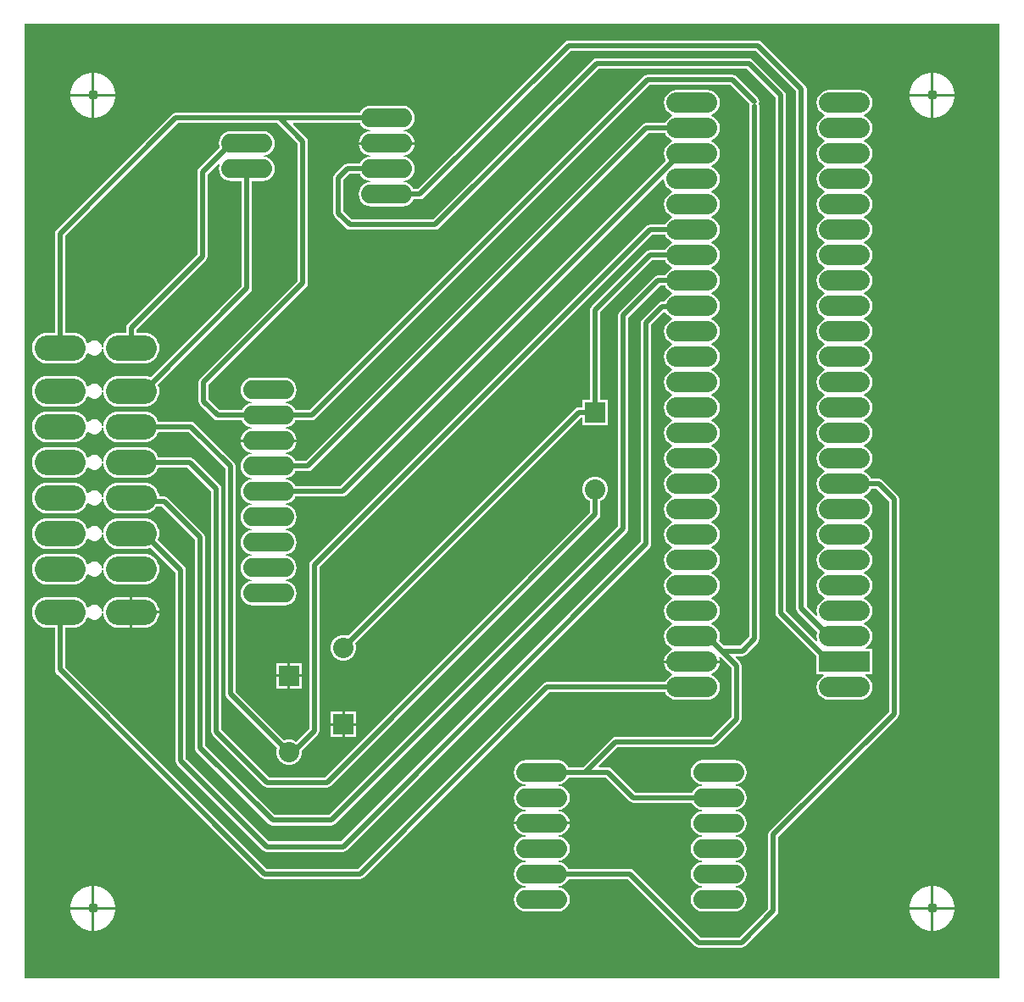
<source format=gbr>
%TF.GenerationSoftware,Altium Limited,Altium Designer,24.4.1 (13)*%
G04 Layer_Physical_Order=2*
G04 Layer_Color=16711680*
%FSLAX45Y45*%
%MOMM*%
%TF.SameCoordinates,B3E1FF51-322A-4C5C-8053-80DE806A948F*%
%TF.FilePolarity,Positive*%
%TF.FileFunction,Copper,L2,Bot,Signal*%
%TF.Part,Single*%
G01*
G75*
%TA.AperFunction,ViaPad*%
%ADD10C,1.01600*%
%TA.AperFunction,Conductor*%
%ADD13C,0.50800*%
%TA.AperFunction,ComponentPad*%
%ADD14C,2.03200*%
%ADD15R,2.03200X2.03200*%
%ADD16O,5.08000X2.03200*%
%ADD17R,5.08000X2.03200*%
%ADD18O,5.08000X1.90500*%
%ADD19O,5.08000X2.54000*%
%ADD20O,5.08000X1.90500*%
G36*
X12357100Y2603500D02*
X2616200D01*
Y12141200D01*
X12357100D01*
Y2603500D01*
D02*
G37*
%LPC*%
G36*
X11706200Y11655400D02*
X11696700D01*
Y11442700D01*
X11909400D01*
Y11452200D01*
X11900738Y11495747D01*
X11883747Y11536767D01*
X11859080Y11573684D01*
X11827684Y11605080D01*
X11790767Y11629747D01*
X11749747Y11646738D01*
X11706200Y11655400D01*
D02*
G37*
G36*
X11671300D02*
X11661800D01*
X11618253Y11646738D01*
X11577233Y11629747D01*
X11540316Y11605080D01*
X11508920Y11573684D01*
X11484253Y11536767D01*
X11467262Y11495747D01*
X11458600Y11452200D01*
Y11442700D01*
X11671300D01*
Y11655400D01*
D02*
G37*
G36*
X3324200D02*
X3314700D01*
Y11442700D01*
X3527400D01*
Y11452200D01*
X3518738Y11495747D01*
X3501747Y11536767D01*
X3477080Y11573684D01*
X3445684Y11605080D01*
X3408767Y11629747D01*
X3367747Y11646738D01*
X3324200Y11655400D01*
D02*
G37*
G36*
X3289300D02*
X3279800D01*
X3236253Y11646738D01*
X3195233Y11629747D01*
X3158316Y11605080D01*
X3126920Y11573684D01*
X3102253Y11536767D01*
X3085262Y11495747D01*
X3076600Y11452200D01*
Y11442700D01*
X3289300D01*
Y11655400D01*
D02*
G37*
G36*
X11909400Y11417300D02*
X11696700D01*
Y11204600D01*
X11706200D01*
X11749747Y11213262D01*
X11790767Y11230253D01*
X11827684Y11254920D01*
X11859080Y11286316D01*
X11883747Y11323233D01*
X11900738Y11364253D01*
X11909400Y11407800D01*
Y11417300D01*
D02*
G37*
G36*
X11671300D02*
X11458600D01*
Y11407800D01*
X11467262Y11364253D01*
X11484253Y11323233D01*
X11508920Y11286316D01*
X11540316Y11254920D01*
X11577233Y11230253D01*
X11618253Y11213262D01*
X11661800Y11204600D01*
X11671300D01*
Y11417300D01*
D02*
G37*
G36*
X3527400D02*
X3314700D01*
Y11204600D01*
X3324200D01*
X3367747Y11213262D01*
X3408767Y11230253D01*
X3445684Y11254920D01*
X3477080Y11286316D01*
X3501747Y11323233D01*
X3518738Y11364253D01*
X3527400Y11407800D01*
Y11417300D01*
D02*
G37*
G36*
X3289300D02*
X3076600D01*
Y11407800D01*
X3085262Y11364253D01*
X3102253Y11323233D01*
X3126920Y11286316D01*
X3158316Y11254920D01*
X3195233Y11230253D01*
X3236253Y11213262D01*
X3279800Y11204600D01*
X3289300D01*
Y11417300D01*
D02*
G37*
G36*
X3810000Y7912837D02*
X3556000D01*
X3526124Y7909895D01*
X3497397Y7901181D01*
X3470921Y7887029D01*
X3447715Y7867985D01*
X3428671Y7844779D01*
X3414519Y7818303D01*
X3405805Y7789576D01*
X3403600Y7767186D01*
X3390900Y7767810D01*
Y7769732D01*
X3385707Y7789112D01*
X3375675Y7806488D01*
X3361488Y7820675D01*
X3344112Y7830707D01*
X3324732Y7835900D01*
X3304668D01*
X3285288Y7830707D01*
X3267912Y7820675D01*
X3256342Y7809106D01*
X3242664Y7810446D01*
X3240281Y7818303D01*
X3226129Y7844779D01*
X3207085Y7867985D01*
X3183879Y7887029D01*
X3157403Y7901181D01*
X3128676Y7909895D01*
X3098800Y7912837D01*
X2844800D01*
X2814924Y7909895D01*
X2786197Y7901181D01*
X2759721Y7887029D01*
X2736515Y7867985D01*
X2717471Y7844779D01*
X2703319Y7818303D01*
X2694605Y7789576D01*
X2691663Y7759700D01*
X2694605Y7729824D01*
X2703319Y7701097D01*
X2717471Y7674621D01*
X2736515Y7651415D01*
X2759721Y7632371D01*
X2786197Y7618219D01*
X2814924Y7609505D01*
X2844800Y7606563D01*
X3098800D01*
X3128676Y7609505D01*
X3157403Y7618219D01*
X3183879Y7632371D01*
X3207085Y7651415D01*
X3226129Y7674621D01*
X3240281Y7701097D01*
X3242664Y7708954D01*
X3256342Y7710294D01*
X3267912Y7698725D01*
X3285288Y7688693D01*
X3304668Y7683500D01*
X3324732D01*
X3344112Y7688693D01*
X3361488Y7698725D01*
X3375675Y7712912D01*
X3385707Y7730288D01*
X3390900Y7749668D01*
Y7751590D01*
X3403600Y7752214D01*
X3405805Y7729824D01*
X3414519Y7701097D01*
X3428671Y7674621D01*
X3447715Y7651415D01*
X3470921Y7632371D01*
X3497397Y7618219D01*
X3526124Y7609505D01*
X3556000Y7606563D01*
X3810000D01*
X3839876Y7609505D01*
X3868603Y7618219D01*
X3895079Y7632371D01*
X3918285Y7651415D01*
X3937329Y7674621D01*
X3951481Y7701097D01*
X3953546Y7707905D01*
X4245746D01*
X4482105Y7471546D01*
Y5067300D01*
X4486047Y5047479D01*
X4497275Y5030675D01*
X5005275Y4522675D01*
X5022079Y4511447D01*
X5041900Y4507505D01*
X5638800D01*
X5658621Y4511447D01*
X5675425Y4522675D01*
X8355125Y7202375D01*
X8366353Y7219179D01*
X8370295Y7239000D01*
Y7373757D01*
X8396480Y7388875D01*
X8420125Y7412520D01*
X8436845Y7441480D01*
X8445500Y7473780D01*
Y7507220D01*
X8436845Y7539520D01*
X8420125Y7568480D01*
X8396480Y7592125D01*
X8367520Y7608845D01*
X8335220Y7617500D01*
X8301780D01*
X8269480Y7608845D01*
X8240520Y7592125D01*
X8216875Y7568480D01*
X8200155Y7539520D01*
X8191500Y7507220D01*
Y7473780D01*
X8200155Y7441480D01*
X8216875Y7412520D01*
X8240520Y7388875D01*
X8266705Y7373757D01*
Y7260454D01*
X5617346Y4611095D01*
X5063354D01*
X4585695Y5088754D01*
Y7493000D01*
X4581753Y7512821D01*
X4570525Y7529625D01*
X4303825Y7796325D01*
X4287021Y7807553D01*
X4267200Y7811495D01*
X3953546D01*
X3951481Y7818303D01*
X3937329Y7844779D01*
X3918285Y7867985D01*
X3895079Y7887029D01*
X3868603Y7901181D01*
X3839876Y7909895D01*
X3810000Y7912837D01*
D02*
G37*
G36*
Y6846037D02*
X3556000D01*
X3526124Y6843095D01*
X3497397Y6834381D01*
X3470921Y6820229D01*
X3447715Y6801185D01*
X3428671Y6777979D01*
X3414519Y6751503D01*
X3405805Y6722776D01*
X3403600Y6700386D01*
X3390900Y6701010D01*
Y6702932D01*
X3385707Y6722312D01*
X3375675Y6739688D01*
X3361488Y6753875D01*
X3344112Y6763907D01*
X3324732Y6769100D01*
X3304668D01*
X3285288Y6763907D01*
X3267912Y6753875D01*
X3256342Y6742306D01*
X3242664Y6743646D01*
X3240281Y6751503D01*
X3226129Y6777979D01*
X3207085Y6801185D01*
X3183879Y6820229D01*
X3157403Y6834381D01*
X3128676Y6843095D01*
X3098800Y6846037D01*
X2844800D01*
X2814924Y6843095D01*
X2786197Y6834381D01*
X2759721Y6820229D01*
X2736515Y6801185D01*
X2717471Y6777979D01*
X2703319Y6751503D01*
X2694605Y6722776D01*
X2691663Y6692900D01*
X2694605Y6663024D01*
X2703319Y6634297D01*
X2717471Y6607821D01*
X2736515Y6584615D01*
X2759721Y6565571D01*
X2786197Y6551419D01*
X2814924Y6542705D01*
X2844800Y6539763D01*
X3098800D01*
X3128676Y6542705D01*
X3157403Y6551419D01*
X3183879Y6565571D01*
X3207085Y6584615D01*
X3226129Y6607821D01*
X3240281Y6634297D01*
X3242664Y6642154D01*
X3256342Y6643494D01*
X3267912Y6631925D01*
X3285288Y6621893D01*
X3304668Y6616700D01*
X3324732D01*
X3344112Y6621893D01*
X3361488Y6631925D01*
X3375675Y6646112D01*
X3385707Y6663488D01*
X3390900Y6682868D01*
Y6684790D01*
X3403600Y6685414D01*
X3405805Y6663024D01*
X3414519Y6634297D01*
X3428671Y6607821D01*
X3447715Y6584615D01*
X3470921Y6565571D01*
X3497397Y6551419D01*
X3526124Y6542705D01*
X3556000Y6539763D01*
X3810000D01*
X3839876Y6542705D01*
X3868603Y6551419D01*
X3895079Y6565571D01*
X3918285Y6584615D01*
X3937329Y6607821D01*
X3951481Y6634297D01*
X3960195Y6663024D01*
X3963137Y6692900D01*
X3960195Y6722776D01*
X3951481Y6751503D01*
X3937329Y6777979D01*
X3918285Y6801185D01*
X3895079Y6820229D01*
X3868603Y6834381D01*
X3839876Y6843095D01*
X3810000Y6846037D01*
D02*
G37*
G36*
Y6414237D02*
X3695700D01*
Y6273800D01*
X3961886D01*
X3960195Y6290976D01*
X3951481Y6319703D01*
X3937329Y6346179D01*
X3918285Y6369385D01*
X3895079Y6388429D01*
X3868603Y6402581D01*
X3839876Y6411295D01*
X3810000Y6414237D01*
D02*
G37*
G36*
X3670300D02*
X3556000D01*
X3526124Y6411295D01*
X3497397Y6402581D01*
X3470921Y6388429D01*
X3447715Y6369385D01*
X3428671Y6346179D01*
X3414519Y6319703D01*
X3405805Y6290976D01*
X3403600Y6268586D01*
X3390900Y6269210D01*
Y6271132D01*
X3385707Y6290512D01*
X3375675Y6307888D01*
X3361488Y6322075D01*
X3344112Y6332107D01*
X3324732Y6337300D01*
X3304668D01*
X3285288Y6332107D01*
X3267912Y6322075D01*
X3256342Y6310506D01*
X3242664Y6311846D01*
X3240281Y6319703D01*
X3226129Y6346179D01*
X3207085Y6369385D01*
X3183879Y6388429D01*
X3157403Y6402581D01*
X3128676Y6411295D01*
X3098800Y6414237D01*
X2844800D01*
X2814924Y6411295D01*
X2786197Y6402581D01*
X2759721Y6388429D01*
X2736515Y6369385D01*
X2717471Y6346179D01*
X2703319Y6319703D01*
X2694605Y6290976D01*
X2691663Y6261100D01*
X2694605Y6231224D01*
X2703319Y6202497D01*
X2717471Y6176021D01*
X2736515Y6152815D01*
X2759721Y6133771D01*
X2786197Y6119619D01*
X2814924Y6110905D01*
X2844800Y6107963D01*
X2920005D01*
Y5689600D01*
X2923947Y5669779D01*
X2935175Y5652975D01*
X4979875Y3608275D01*
X4996679Y3597047D01*
X5016500Y3593105D01*
X5969000D01*
X5988821Y3597047D01*
X6005625Y3608275D01*
X7857354Y5460005D01*
X9015291D01*
X9020366Y5447752D01*
X9040723Y5421223D01*
X9067252Y5400866D01*
X9098146Y5388069D01*
X9131300Y5383704D01*
X9436100D01*
X9469254Y5388069D01*
X9500148Y5400866D01*
X9526677Y5421223D01*
X9547034Y5447752D01*
X9559831Y5478646D01*
X9564196Y5511800D01*
X9559831Y5544954D01*
X9547034Y5575848D01*
X9526677Y5602377D01*
X9500148Y5622734D01*
X9477955Y5631927D01*
Y5645673D01*
X9500148Y5654866D01*
X9526677Y5675223D01*
X9547034Y5701752D01*
X9559831Y5732646D01*
X9562524Y5753100D01*
X9283700D01*
X9004876D01*
X9007569Y5732646D01*
X9020366Y5701752D01*
X9040723Y5675223D01*
X9067252Y5654866D01*
X9089445Y5645673D01*
Y5631927D01*
X9067252Y5622734D01*
X9040723Y5602377D01*
X9020366Y5575848D01*
X9015291Y5563595D01*
X7835901D01*
X7835900Y5563595D01*
X7816079Y5559653D01*
X7799275Y5548425D01*
X5947546Y3696695D01*
X5037954D01*
X3023595Y5711054D01*
Y6107963D01*
X3098800D01*
X3128676Y6110905D01*
X3157403Y6119619D01*
X3183879Y6133771D01*
X3207085Y6152815D01*
X3226129Y6176021D01*
X3240281Y6202497D01*
X3242664Y6210354D01*
X3256342Y6211694D01*
X3267912Y6200125D01*
X3285288Y6190093D01*
X3304668Y6184900D01*
X3324732D01*
X3344112Y6190093D01*
X3361488Y6200125D01*
X3375675Y6214312D01*
X3385707Y6231688D01*
X3390900Y6251068D01*
Y6252990D01*
X3403600Y6253614D01*
X3405805Y6231224D01*
X3414519Y6202497D01*
X3428671Y6176021D01*
X3447715Y6152815D01*
X3470921Y6133771D01*
X3497397Y6119619D01*
X3526124Y6110905D01*
X3556000Y6107963D01*
X3670300D01*
Y6261100D01*
Y6414237D01*
D02*
G37*
G36*
X3961886Y6248400D02*
X3695700D01*
Y6107963D01*
X3810000D01*
X3839876Y6110905D01*
X3868603Y6119619D01*
X3895079Y6133771D01*
X3918285Y6152815D01*
X3937329Y6176021D01*
X3951481Y6202497D01*
X3960195Y6231224D01*
X3961886Y6248400D01*
D02*
G37*
G36*
X9690100Y11634195D02*
X8839200D01*
X8819379Y11630253D01*
X8802575Y11619025D01*
X5464946Y8281395D01*
X5322486D01*
X5318738Y8290446D01*
X5299399Y8315649D01*
X5274196Y8334988D01*
X5244846Y8347145D01*
X5221675Y8350195D01*
Y8363005D01*
X5244846Y8366055D01*
X5274196Y8378212D01*
X5299399Y8397551D01*
X5318738Y8422754D01*
X5330895Y8452104D01*
X5335041Y8483600D01*
X5330895Y8515096D01*
X5318738Y8544446D01*
X5299399Y8569649D01*
X5274196Y8588988D01*
X5244846Y8601145D01*
X5213350Y8605291D01*
X4895850D01*
X4864354Y8601145D01*
X4835004Y8588988D01*
X4809801Y8569649D01*
X4790462Y8544446D01*
X4778305Y8515096D01*
X4774159Y8483600D01*
X4778305Y8452104D01*
X4790462Y8422754D01*
X4809801Y8397551D01*
X4835004Y8378212D01*
X4864354Y8366055D01*
X4887525Y8363005D01*
Y8350195D01*
X4864354Y8347145D01*
X4835004Y8334988D01*
X4809801Y8315649D01*
X4790462Y8290446D01*
X4786714Y8281395D01*
X4568054D01*
X4458695Y8390754D01*
Y8538346D01*
X5434125Y9513775D01*
X5445353Y9530579D01*
X5449295Y9550400D01*
Y10967176D01*
X5445353Y10986997D01*
X5434125Y11003801D01*
X5300054Y11137872D01*
X5304914Y11149605D01*
X5967814D01*
X5971562Y11140554D01*
X5990901Y11115351D01*
X6016104Y11096012D01*
X6045454Y11083855D01*
X6068625Y11080805D01*
Y11067995D01*
X6045454Y11064945D01*
X6016104Y11052788D01*
X5990901Y11033449D01*
X5971562Y11008246D01*
X5959405Y10978896D01*
X5956931Y10960100D01*
X6235700D01*
X6514469D01*
X6511995Y10978896D01*
X6499838Y11008246D01*
X6480499Y11033449D01*
X6455296Y11052788D01*
X6425946Y11064945D01*
X6402775Y11067995D01*
Y11080805D01*
X6425946Y11083855D01*
X6455296Y11096012D01*
X6480499Y11115351D01*
X6499838Y11140554D01*
X6511995Y11169904D01*
X6516141Y11201400D01*
X6511995Y11232896D01*
X6499838Y11262246D01*
X6480499Y11287449D01*
X6455296Y11306788D01*
X6425946Y11318945D01*
X6394450Y11323091D01*
X6076950D01*
X6045454Y11318945D01*
X6016104Y11306788D01*
X5990901Y11287449D01*
X5971562Y11262246D01*
X5967814Y11253195D01*
X4127500D01*
X4107679Y11249253D01*
X4090875Y11238025D01*
X2935175Y10082325D01*
X2923947Y10065521D01*
X2920005Y10045700D01*
Y9055837D01*
X2844800D01*
X2814924Y9052895D01*
X2786197Y9044181D01*
X2759721Y9030029D01*
X2736515Y9010985D01*
X2717471Y8987779D01*
X2703319Y8961303D01*
X2694605Y8932576D01*
X2691663Y8902700D01*
X2694605Y8872824D01*
X2703319Y8844097D01*
X2717471Y8817621D01*
X2736515Y8794415D01*
X2759721Y8775371D01*
X2786197Y8761219D01*
X2814924Y8752505D01*
X2844800Y8749563D01*
X3098800D01*
X3128676Y8752505D01*
X3157403Y8761219D01*
X3183879Y8775371D01*
X3207085Y8794415D01*
X3226129Y8817621D01*
X3240281Y8844097D01*
X3242664Y8851954D01*
X3256342Y8853294D01*
X3267912Y8841725D01*
X3285288Y8831693D01*
X3304668Y8826500D01*
X3324732D01*
X3344112Y8831693D01*
X3361488Y8841725D01*
X3375675Y8855912D01*
X3385707Y8873288D01*
X3390900Y8892668D01*
Y8894590D01*
X3403600Y8895214D01*
X3405805Y8872824D01*
X3414519Y8844097D01*
X3428671Y8817621D01*
X3447715Y8794415D01*
X3470921Y8775371D01*
X3497397Y8761219D01*
X3526124Y8752505D01*
X3556000Y8749563D01*
X3810000D01*
X3839876Y8752505D01*
X3868603Y8761219D01*
X3895079Y8775371D01*
X3918285Y8794415D01*
X3937329Y8817621D01*
X3951481Y8844097D01*
X3960195Y8872824D01*
X3963137Y8902700D01*
X3960195Y8932576D01*
X3951481Y8961303D01*
X3937329Y8987779D01*
X3918285Y9010985D01*
X3895079Y9030029D01*
X3868603Y9044181D01*
X3839876Y9052895D01*
X3810000Y9055837D01*
X3734795D01*
Y9084446D01*
X4430825Y9780475D01*
X4442053Y9797279D01*
X4445995Y9817100D01*
Y10636697D01*
X4558887Y10749589D01*
X4569654Y10742395D01*
X4562405Y10724896D01*
X4558259Y10693400D01*
X4562405Y10661904D01*
X4574562Y10632554D01*
X4593901Y10607351D01*
X4619104Y10588012D01*
X4648454Y10575855D01*
X4679950Y10571709D01*
X4786905D01*
Y9521054D01*
X3874877Y8609027D01*
X3868603Y8612381D01*
X3839876Y8621095D01*
X3810000Y8624037D01*
X3556000D01*
X3526124Y8621095D01*
X3497397Y8612381D01*
X3470921Y8598229D01*
X3447715Y8579185D01*
X3428671Y8555979D01*
X3414519Y8529503D01*
X3405805Y8500776D01*
X3403600Y8478386D01*
X3390900Y8479010D01*
Y8480932D01*
X3385707Y8500312D01*
X3375675Y8517688D01*
X3361488Y8531875D01*
X3344112Y8541907D01*
X3324732Y8547100D01*
X3304668D01*
X3285288Y8541907D01*
X3267912Y8531875D01*
X3256342Y8520306D01*
X3242664Y8521646D01*
X3240281Y8529503D01*
X3226129Y8555979D01*
X3207085Y8579185D01*
X3183879Y8598229D01*
X3157403Y8612381D01*
X3128676Y8621095D01*
X3098800Y8624037D01*
X2844800D01*
X2814924Y8621095D01*
X2786197Y8612381D01*
X2759721Y8598229D01*
X2736515Y8579185D01*
X2717471Y8555979D01*
X2703319Y8529503D01*
X2694605Y8500776D01*
X2691663Y8470900D01*
X2694605Y8441024D01*
X2703319Y8412297D01*
X2717471Y8385821D01*
X2736515Y8362615D01*
X2759721Y8343571D01*
X2786197Y8329419D01*
X2814924Y8320705D01*
X2844800Y8317763D01*
X3098800D01*
X3128676Y8320705D01*
X3157403Y8329419D01*
X3183879Y8343571D01*
X3207085Y8362615D01*
X3226129Y8385821D01*
X3240281Y8412297D01*
X3242664Y8420154D01*
X3256342Y8421494D01*
X3267912Y8409925D01*
X3285288Y8399893D01*
X3304668Y8394700D01*
X3324732D01*
X3344112Y8399893D01*
X3361488Y8409925D01*
X3375675Y8424112D01*
X3385707Y8441488D01*
X3390900Y8460868D01*
Y8462790D01*
X3403600Y8463414D01*
X3405805Y8441024D01*
X3414519Y8412297D01*
X3428671Y8385821D01*
X3447715Y8362615D01*
X3470921Y8343571D01*
X3497397Y8329419D01*
X3526124Y8320705D01*
X3556000Y8317763D01*
X3810000D01*
X3839876Y8320705D01*
X3868603Y8329419D01*
X3895079Y8343571D01*
X3918285Y8362615D01*
X3937329Y8385821D01*
X3951481Y8412297D01*
X3960195Y8441024D01*
X3963137Y8470900D01*
X3960195Y8500776D01*
X3951481Y8529503D01*
X3948127Y8535777D01*
X4875325Y9462975D01*
X4886553Y9479779D01*
X4890495Y9499600D01*
Y10571709D01*
X4997450D01*
X5028946Y10575855D01*
X5058296Y10588012D01*
X5083499Y10607351D01*
X5102838Y10632554D01*
X5114995Y10661904D01*
X5119141Y10693400D01*
X5114995Y10724896D01*
X5102838Y10754246D01*
X5083499Y10779449D01*
X5058296Y10798788D01*
X5028946Y10810945D01*
X5005775Y10813995D01*
Y10826805D01*
X5028946Y10829855D01*
X5058296Y10842012D01*
X5083499Y10861351D01*
X5102838Y10886554D01*
X5114995Y10915904D01*
X5119141Y10947400D01*
X5114995Y10978896D01*
X5102838Y11008246D01*
X5083499Y11033449D01*
X5058296Y11052788D01*
X5028946Y11064945D01*
X4997450Y11069091D01*
X4679950D01*
X4648454Y11064945D01*
X4619104Y11052788D01*
X4593901Y11033449D01*
X4574562Y11008246D01*
X4562405Y10978896D01*
X4558259Y10947400D01*
X4562405Y10915904D01*
X4567179Y10904380D01*
X4357575Y10694776D01*
X4346347Y10677973D01*
X4342405Y10658151D01*
Y9838554D01*
X3646375Y9142525D01*
X3635147Y9125721D01*
X3631205Y9105900D01*
Y9055837D01*
X3556000D01*
X3526124Y9052895D01*
X3497397Y9044181D01*
X3470921Y9030029D01*
X3447715Y9010985D01*
X3428671Y8987779D01*
X3414519Y8961303D01*
X3405805Y8932576D01*
X3403600Y8910186D01*
X3390900Y8910810D01*
Y8912732D01*
X3385707Y8932112D01*
X3375675Y8949488D01*
X3361488Y8963675D01*
X3344112Y8973707D01*
X3324732Y8978900D01*
X3304668D01*
X3285288Y8973707D01*
X3267912Y8963675D01*
X3256342Y8952106D01*
X3242664Y8953446D01*
X3240281Y8961303D01*
X3226129Y8987779D01*
X3207085Y9010985D01*
X3183879Y9030029D01*
X3157403Y9044181D01*
X3128676Y9052895D01*
X3098800Y9055837D01*
X3023595D01*
Y10024246D01*
X4148954Y11149605D01*
X5141822D01*
X5345705Y10945722D01*
Y9571854D01*
X4370275Y8596425D01*
X4359047Y8579621D01*
X4355105Y8559800D01*
Y8369300D01*
X4359047Y8349479D01*
X4370275Y8332675D01*
X4509975Y8192976D01*
X4509975Y8192975D01*
X4526779Y8181747D01*
X4546600Y8177805D01*
X4786714D01*
X4790462Y8168754D01*
X4809801Y8143551D01*
X4835004Y8124212D01*
X4864354Y8112055D01*
X4887525Y8109005D01*
Y8096195D01*
X4864354Y8093145D01*
X4835004Y8080988D01*
X4809801Y8061649D01*
X4790462Y8036446D01*
X4778305Y8007096D01*
X4775831Y7988300D01*
X5054600D01*
X5333369D01*
X5330895Y8007096D01*
X5318738Y8036446D01*
X5299399Y8061649D01*
X5274196Y8080988D01*
X5244846Y8093145D01*
X5221675Y8096195D01*
Y8109005D01*
X5244846Y8112055D01*
X5274196Y8124212D01*
X5299399Y8143551D01*
X5318738Y8168754D01*
X5322486Y8177805D01*
X5486400D01*
X5506221Y8181747D01*
X5523025Y8192975D01*
X8860654Y11530605D01*
X9668646D01*
X9858402Y11340849D01*
X9858147Y11340468D01*
X9854205Y11320646D01*
Y6014859D01*
X9764891Y5925545D01*
X9603604D01*
X9554756Y5974394D01*
X9559831Y5986646D01*
X9564196Y6019800D01*
X9559831Y6052954D01*
X9547034Y6083848D01*
X9526677Y6110377D01*
X9500148Y6130734D01*
X9477955Y6139927D01*
Y6153673D01*
X9500148Y6162866D01*
X9526677Y6183223D01*
X9547034Y6209752D01*
X9559831Y6240646D01*
X9564196Y6273800D01*
X9559831Y6306954D01*
X9547034Y6337848D01*
X9526677Y6364377D01*
X9500148Y6384734D01*
X9477955Y6393927D01*
Y6407673D01*
X9500148Y6416866D01*
X9526677Y6437223D01*
X9547034Y6463752D01*
X9559831Y6494646D01*
X9564196Y6527800D01*
X9559831Y6560954D01*
X9547034Y6591848D01*
X9526677Y6618377D01*
X9500148Y6638734D01*
X9477955Y6647927D01*
Y6661673D01*
X9500148Y6670866D01*
X9526677Y6691223D01*
X9547034Y6717752D01*
X9559831Y6748646D01*
X9564196Y6781800D01*
X9559831Y6814954D01*
X9547034Y6845848D01*
X9526677Y6872377D01*
X9500148Y6892734D01*
X9477955Y6901927D01*
Y6915673D01*
X9500148Y6924866D01*
X9526677Y6945223D01*
X9547034Y6971752D01*
X9559831Y7002646D01*
X9564196Y7035800D01*
X9559831Y7068954D01*
X9547034Y7099848D01*
X9526677Y7126377D01*
X9500148Y7146734D01*
X9477955Y7155927D01*
Y7169673D01*
X9500148Y7178866D01*
X9526677Y7199223D01*
X9547034Y7225752D01*
X9559831Y7256646D01*
X9564196Y7289800D01*
X9559831Y7322954D01*
X9547034Y7353848D01*
X9526677Y7380377D01*
X9500148Y7400734D01*
X9477955Y7409927D01*
Y7423673D01*
X9500148Y7432866D01*
X9526677Y7453223D01*
X9547034Y7479752D01*
X9559831Y7510646D01*
X9564196Y7543800D01*
X9559831Y7576954D01*
X9547034Y7607848D01*
X9526677Y7634377D01*
X9500148Y7654734D01*
X9477955Y7663927D01*
Y7677673D01*
X9500148Y7686866D01*
X9526677Y7707223D01*
X9547034Y7733752D01*
X9559831Y7764646D01*
X9564196Y7797800D01*
X9559831Y7830954D01*
X9547034Y7861848D01*
X9526677Y7888377D01*
X9500148Y7908734D01*
X9477955Y7917927D01*
Y7931673D01*
X9500148Y7940866D01*
X9526677Y7961223D01*
X9547034Y7987752D01*
X9559831Y8018646D01*
X9564196Y8051800D01*
X9559831Y8084954D01*
X9547034Y8115848D01*
X9526677Y8142377D01*
X9500148Y8162734D01*
X9477955Y8171927D01*
Y8185673D01*
X9500148Y8194866D01*
X9526677Y8215223D01*
X9547034Y8241752D01*
X9559831Y8272646D01*
X9564196Y8305800D01*
X9559831Y8338954D01*
X9547034Y8369848D01*
X9526677Y8396377D01*
X9500148Y8416734D01*
X9477955Y8425927D01*
Y8439673D01*
X9500148Y8448866D01*
X9526677Y8469223D01*
X9547034Y8495752D01*
X9559831Y8526646D01*
X9564196Y8559800D01*
X9559831Y8592954D01*
X9547034Y8623848D01*
X9526677Y8650377D01*
X9500148Y8670734D01*
X9477955Y8679927D01*
Y8693673D01*
X9500148Y8702866D01*
X9526677Y8723223D01*
X9547034Y8749752D01*
X9559831Y8780646D01*
X9564196Y8813800D01*
X9559831Y8846954D01*
X9547034Y8877848D01*
X9526677Y8904377D01*
X9500148Y8924734D01*
X9477955Y8933927D01*
Y8947673D01*
X9500148Y8956866D01*
X9526677Y8977223D01*
X9547034Y9003752D01*
X9559831Y9034646D01*
X9564196Y9067800D01*
X9559831Y9100954D01*
X9547034Y9131848D01*
X9526677Y9158377D01*
X9500148Y9178734D01*
X9477955Y9187927D01*
Y9201673D01*
X9500148Y9210866D01*
X9526677Y9231223D01*
X9547034Y9257752D01*
X9559831Y9288646D01*
X9564196Y9321800D01*
X9559831Y9354954D01*
X9547034Y9385848D01*
X9526677Y9412377D01*
X9500148Y9432734D01*
X9477955Y9441927D01*
Y9455673D01*
X9500148Y9464866D01*
X9526677Y9485223D01*
X9547034Y9511752D01*
X9559831Y9542646D01*
X9564196Y9575800D01*
X9559831Y9608954D01*
X9547034Y9639848D01*
X9526677Y9666377D01*
X9500148Y9686734D01*
X9477955Y9695927D01*
Y9709673D01*
X9500148Y9718866D01*
X9526677Y9739223D01*
X9547034Y9765752D01*
X9559831Y9796646D01*
X9564196Y9829800D01*
X9559831Y9862954D01*
X9547034Y9893848D01*
X9526677Y9920377D01*
X9500148Y9940734D01*
X9477955Y9949927D01*
Y9963673D01*
X9500148Y9972866D01*
X9526677Y9993223D01*
X9547034Y10019752D01*
X9559831Y10050646D01*
X9564196Y10083800D01*
X9559831Y10116954D01*
X9547034Y10147848D01*
X9526677Y10174377D01*
X9500148Y10194734D01*
X9477955Y10203927D01*
Y10217673D01*
X9500148Y10226866D01*
X9526677Y10247223D01*
X9547034Y10273752D01*
X9559831Y10304646D01*
X9564196Y10337800D01*
X9559831Y10370954D01*
X9547034Y10401848D01*
X9526677Y10428377D01*
X9500148Y10448734D01*
X9477955Y10457927D01*
Y10471673D01*
X9500148Y10480866D01*
X9526677Y10501223D01*
X9547034Y10527752D01*
X9559831Y10558646D01*
X9564196Y10591800D01*
X9559831Y10624954D01*
X9547034Y10655848D01*
X9526677Y10682377D01*
X9500148Y10702734D01*
X9477955Y10711927D01*
Y10725673D01*
X9500148Y10734866D01*
X9526677Y10755223D01*
X9547034Y10781752D01*
X9559831Y10812646D01*
X9564196Y10845800D01*
X9559831Y10878954D01*
X9547034Y10909848D01*
X9526677Y10936377D01*
X9500148Y10956734D01*
X9477955Y10965927D01*
Y10979673D01*
X9500148Y10988866D01*
X9526677Y11009223D01*
X9547034Y11035752D01*
X9559831Y11066646D01*
X9564196Y11099800D01*
X9559831Y11132954D01*
X9547034Y11163848D01*
X9526677Y11190377D01*
X9500148Y11210734D01*
X9477955Y11219927D01*
Y11233673D01*
X9500148Y11242866D01*
X9526677Y11263223D01*
X9547034Y11289752D01*
X9559831Y11320646D01*
X9564196Y11353800D01*
X9559831Y11386954D01*
X9547034Y11417848D01*
X9526677Y11444377D01*
X9500148Y11464734D01*
X9469254Y11477531D01*
X9436100Y11481896D01*
X9131300D01*
X9098146Y11477531D01*
X9067252Y11464734D01*
X9040723Y11444377D01*
X9020366Y11417848D01*
X9007569Y11386954D01*
X9003204Y11353800D01*
X9007569Y11320646D01*
X9020366Y11289752D01*
X9040723Y11263223D01*
X9067252Y11242866D01*
X9089445Y11233673D01*
Y11219927D01*
X9067252Y11210734D01*
X9040723Y11190377D01*
X9020366Y11163848D01*
X9015291Y11151595D01*
X8826500D01*
X8806679Y11147653D01*
X8789875Y11136425D01*
X5426846Y7773395D01*
X5322486D01*
X5318738Y7782446D01*
X5299399Y7807649D01*
X5274196Y7826988D01*
X5244846Y7839145D01*
X5221675Y7842195D01*
Y7855005D01*
X5244846Y7858055D01*
X5274196Y7870212D01*
X5299399Y7889551D01*
X5318738Y7914754D01*
X5330895Y7944104D01*
X5333369Y7962900D01*
X5054600D01*
X4775831D01*
X4778305Y7944104D01*
X4790462Y7914754D01*
X4809801Y7889551D01*
X4835004Y7870212D01*
X4864354Y7858055D01*
X4887525Y7855005D01*
Y7842195D01*
X4864354Y7839145D01*
X4835004Y7826988D01*
X4809801Y7807649D01*
X4790462Y7782446D01*
X4778305Y7753096D01*
X4774159Y7721600D01*
X4778305Y7690104D01*
X4790462Y7660754D01*
X4809801Y7635551D01*
X4835004Y7616212D01*
X4864354Y7604055D01*
X4887525Y7601005D01*
Y7588195D01*
X4864354Y7585145D01*
X4835004Y7572988D01*
X4809801Y7553649D01*
X4790462Y7528446D01*
X4778305Y7499096D01*
X4774159Y7467600D01*
X4778305Y7436104D01*
X4790462Y7406754D01*
X4809801Y7381551D01*
X4835004Y7362212D01*
X4864354Y7350055D01*
X4887525Y7347005D01*
Y7334195D01*
X4864354Y7331145D01*
X4835004Y7318988D01*
X4809801Y7299649D01*
X4790462Y7274446D01*
X4778305Y7245096D01*
X4774159Y7213600D01*
X4778305Y7182104D01*
X4790462Y7152754D01*
X4809801Y7127551D01*
X4835004Y7108212D01*
X4864354Y7096055D01*
X4887525Y7093005D01*
Y7080195D01*
X4864354Y7077145D01*
X4835004Y7064988D01*
X4809801Y7045649D01*
X4790462Y7020446D01*
X4778305Y6991096D01*
X4774159Y6959600D01*
X4778305Y6928104D01*
X4790462Y6898754D01*
X4809801Y6873551D01*
X4835004Y6854212D01*
X4864354Y6842055D01*
X4887525Y6839005D01*
Y6826195D01*
X4864354Y6823145D01*
X4835004Y6810988D01*
X4809801Y6791649D01*
X4790462Y6766446D01*
X4778305Y6737096D01*
X4774159Y6705600D01*
X4778305Y6674104D01*
X4790462Y6644754D01*
X4809801Y6619551D01*
X4835004Y6600212D01*
X4864354Y6588055D01*
X4887525Y6585005D01*
Y6572195D01*
X4864354Y6569145D01*
X4835004Y6556988D01*
X4809801Y6537649D01*
X4790462Y6512446D01*
X4778305Y6483096D01*
X4774159Y6451600D01*
X4778305Y6420104D01*
X4790462Y6390754D01*
X4809801Y6365551D01*
X4835004Y6346212D01*
X4864354Y6334055D01*
X4895850Y6329909D01*
X5213350D01*
X5244846Y6334055D01*
X5274196Y6346212D01*
X5299399Y6365551D01*
X5318738Y6390754D01*
X5330895Y6420104D01*
X5335041Y6451600D01*
X5330895Y6483096D01*
X5318738Y6512446D01*
X5299399Y6537649D01*
X5274196Y6556988D01*
X5244846Y6569145D01*
X5221675Y6572195D01*
Y6585005D01*
X5244846Y6588055D01*
X5274196Y6600212D01*
X5299399Y6619551D01*
X5318738Y6644754D01*
X5330895Y6674104D01*
X5335041Y6705600D01*
X5330895Y6737096D01*
X5318738Y6766446D01*
X5299399Y6791649D01*
X5274196Y6810988D01*
X5244846Y6823145D01*
X5221675Y6826195D01*
Y6839005D01*
X5244846Y6842055D01*
X5274196Y6854212D01*
X5299399Y6873551D01*
X5318738Y6898754D01*
X5330895Y6928104D01*
X5335041Y6959600D01*
X5330895Y6991096D01*
X5318738Y7020446D01*
X5299399Y7045649D01*
X5274196Y7064988D01*
X5244846Y7077145D01*
X5221675Y7080195D01*
Y7093005D01*
X5244846Y7096055D01*
X5274196Y7108212D01*
X5299399Y7127551D01*
X5318738Y7152754D01*
X5330895Y7182104D01*
X5335041Y7213600D01*
X5330895Y7245096D01*
X5318738Y7274446D01*
X5299399Y7299649D01*
X5274196Y7318988D01*
X5244846Y7331145D01*
X5221675Y7334195D01*
Y7347005D01*
X5244846Y7350055D01*
X5274196Y7362212D01*
X5299399Y7381551D01*
X5318738Y7406754D01*
X5322486Y7415805D01*
X5791200D01*
X5811021Y7419747D01*
X5827825Y7430975D01*
X8991938Y10595089D01*
X9003600Y10588790D01*
X9007569Y10558646D01*
X9020366Y10527752D01*
X9040723Y10501223D01*
X9067252Y10480866D01*
X9089445Y10471673D01*
Y10457927D01*
X9067252Y10448734D01*
X9040723Y10428377D01*
X9020366Y10401848D01*
X9007569Y10370954D01*
X9003204Y10337800D01*
X9007569Y10304646D01*
X9020366Y10273752D01*
X9040723Y10247223D01*
X9067252Y10226866D01*
X9089445Y10217673D01*
Y10203927D01*
X9067252Y10194734D01*
X9040723Y10174377D01*
X9020366Y10147848D01*
X9015291Y10135595D01*
X8864601D01*
X8864600Y10135595D01*
X8844779Y10131653D01*
X8827975Y10120425D01*
X5474967Y6767416D01*
X5463739Y6750613D01*
X5459797Y6730792D01*
Y5095608D01*
X5330477Y4966288D01*
X5306820Y4979946D01*
X5274520Y4988601D01*
X5241080D01*
X5211875Y4980775D01*
X4725395Y5467255D01*
Y7721600D01*
X4721453Y7741421D01*
X4710225Y7758225D01*
X4316525Y8151925D01*
X4299721Y8163153D01*
X4279900Y8167095D01*
X3953546D01*
X3951481Y8173903D01*
X3937329Y8200379D01*
X3918285Y8223585D01*
X3895079Y8242629D01*
X3868603Y8256781D01*
X3839876Y8265495D01*
X3810000Y8268437D01*
X3556000D01*
X3526124Y8265495D01*
X3497397Y8256781D01*
X3470921Y8242629D01*
X3447715Y8223585D01*
X3428671Y8200379D01*
X3414519Y8173903D01*
X3405805Y8145176D01*
X3403600Y8122786D01*
X3390900Y8123410D01*
Y8125332D01*
X3385707Y8144712D01*
X3375675Y8162088D01*
X3361488Y8176275D01*
X3344112Y8186307D01*
X3324732Y8191500D01*
X3304668D01*
X3285288Y8186307D01*
X3267912Y8176275D01*
X3256342Y8164706D01*
X3242664Y8166046D01*
X3240281Y8173903D01*
X3226129Y8200379D01*
X3207085Y8223585D01*
X3183879Y8242629D01*
X3157403Y8256781D01*
X3128676Y8265495D01*
X3098800Y8268437D01*
X2844800D01*
X2814924Y8265495D01*
X2786197Y8256781D01*
X2759721Y8242629D01*
X2736515Y8223585D01*
X2717471Y8200379D01*
X2703319Y8173903D01*
X2694605Y8145176D01*
X2691663Y8115300D01*
X2694605Y8085424D01*
X2703319Y8056697D01*
X2717471Y8030221D01*
X2736515Y8007015D01*
X2759721Y7987971D01*
X2786197Y7973819D01*
X2814924Y7965105D01*
X2844800Y7962163D01*
X3098800D01*
X3128676Y7965105D01*
X3157403Y7973819D01*
X3183879Y7987971D01*
X3207085Y8007015D01*
X3226129Y8030221D01*
X3240281Y8056697D01*
X3242664Y8064554D01*
X3256342Y8065894D01*
X3267912Y8054325D01*
X3285288Y8044293D01*
X3304668Y8039100D01*
X3324732D01*
X3344112Y8044293D01*
X3361488Y8054325D01*
X3375675Y8068512D01*
X3385707Y8085888D01*
X3390900Y8105268D01*
Y8107190D01*
X3403600Y8107814D01*
X3405805Y8085424D01*
X3414519Y8056697D01*
X3428671Y8030221D01*
X3447715Y8007015D01*
X3470921Y7987971D01*
X3497397Y7973819D01*
X3526124Y7965105D01*
X3556000Y7962163D01*
X3810000D01*
X3839876Y7965105D01*
X3868603Y7973819D01*
X3895079Y7987971D01*
X3918285Y8007015D01*
X3937329Y8030221D01*
X3951481Y8056697D01*
X3953546Y8063505D01*
X4258446D01*
X4621805Y7700146D01*
Y5445801D01*
X4625747Y5425979D01*
X4636975Y5409176D01*
X5138626Y4907525D01*
X5130800Y4878320D01*
Y4844881D01*
X5139455Y4812580D01*
X5156175Y4783621D01*
X5179820Y4759975D01*
X5208780Y4743256D01*
X5241080Y4734601D01*
X5274520D01*
X5306820Y4743256D01*
X5335780Y4759975D01*
X5359425Y4783621D01*
X5376145Y4812580D01*
X5384800Y4844881D01*
Y4874112D01*
X5548216Y5037528D01*
X5559444Y5054332D01*
X5563387Y5074153D01*
X5563387Y5074154D01*
Y6709337D01*
X8886054Y10032005D01*
X9015291D01*
X9020366Y10019752D01*
X9040723Y9993223D01*
X9067252Y9972866D01*
X9089445Y9963673D01*
Y9949927D01*
X9067252Y9940734D01*
X9040723Y9920377D01*
X9020366Y9893848D01*
X9015291Y9881595D01*
X8864600D01*
X8844779Y9877653D01*
X8827975Y9866425D01*
X8281875Y9320325D01*
X8270647Y9303521D01*
X8266705Y9283700D01*
Y8384500D01*
X8191500D01*
Y8309295D01*
X8153401D01*
X8133580Y8305353D01*
X8116776Y8294125D01*
X5849825Y6027174D01*
X5820620Y6034999D01*
X5787180D01*
X5754880Y6026344D01*
X5725920Y6009625D01*
X5702275Y5985979D01*
X5685555Y5957020D01*
X5676900Y5924719D01*
Y5891280D01*
X5685555Y5858979D01*
X5702275Y5830020D01*
X5725920Y5806374D01*
X5754880Y5789654D01*
X5787180Y5780999D01*
X5820620D01*
X5852920Y5789654D01*
X5881880Y5806374D01*
X5905525Y5830020D01*
X5922245Y5858979D01*
X5930900Y5891280D01*
Y5924719D01*
X5923074Y5953924D01*
X8174855Y8205705D01*
X8191500D01*
Y8130500D01*
X8445500D01*
Y8384500D01*
X8370295D01*
Y9262246D01*
X8886054Y9778005D01*
X9015291D01*
X9020366Y9765752D01*
X9040723Y9739223D01*
X9067252Y9718866D01*
X9089445Y9709673D01*
Y9695927D01*
X9067252Y9686734D01*
X9040723Y9666377D01*
X9020366Y9639848D01*
X9015291Y9627595D01*
X8942686D01*
X8942685Y9627595D01*
X8922864Y9623653D01*
X8906060Y9612425D01*
X8561275Y9267640D01*
X8550047Y9250836D01*
X8546105Y9231015D01*
Y7120754D01*
X5658589Y4233239D01*
X5117298D01*
X4420595Y4929941D01*
Y7010400D01*
X4416653Y7030221D01*
X4405425Y7047025D01*
X4049825Y7402625D01*
X4033021Y7413853D01*
X4013200Y7417795D01*
X3961788D01*
X3960195Y7433976D01*
X3951481Y7462703D01*
X3937329Y7489179D01*
X3918285Y7512385D01*
X3895079Y7531429D01*
X3868603Y7545581D01*
X3839876Y7554295D01*
X3810000Y7557237D01*
X3556000D01*
X3526124Y7554295D01*
X3497397Y7545581D01*
X3470921Y7531429D01*
X3447715Y7512385D01*
X3428671Y7489179D01*
X3414519Y7462703D01*
X3405805Y7433976D01*
X3403600Y7411586D01*
X3390900Y7412210D01*
Y7414132D01*
X3385707Y7433512D01*
X3375675Y7450888D01*
X3361488Y7465075D01*
X3344112Y7475107D01*
X3324732Y7480300D01*
X3304668D01*
X3285288Y7475107D01*
X3267912Y7465075D01*
X3256342Y7453506D01*
X3242664Y7454846D01*
X3240281Y7462703D01*
X3226129Y7489179D01*
X3207085Y7512385D01*
X3183879Y7531429D01*
X3157403Y7545581D01*
X3128676Y7554295D01*
X3098800Y7557237D01*
X2844800D01*
X2814924Y7554295D01*
X2786197Y7545581D01*
X2759721Y7531429D01*
X2736515Y7512385D01*
X2717471Y7489179D01*
X2703319Y7462703D01*
X2694605Y7433976D01*
X2691663Y7404100D01*
X2694605Y7374224D01*
X2703319Y7345497D01*
X2717471Y7319021D01*
X2736515Y7295815D01*
X2759721Y7276771D01*
X2786197Y7262619D01*
X2814924Y7253905D01*
X2844800Y7250963D01*
X3098800D01*
X3128676Y7253905D01*
X3157403Y7262619D01*
X3183879Y7276771D01*
X3207085Y7295815D01*
X3226129Y7319021D01*
X3240281Y7345497D01*
X3242664Y7353354D01*
X3256342Y7354694D01*
X3267912Y7343125D01*
X3285288Y7333093D01*
X3304668Y7327900D01*
X3324732D01*
X3344112Y7333093D01*
X3361488Y7343125D01*
X3375675Y7357312D01*
X3385707Y7374688D01*
X3390900Y7394068D01*
Y7395990D01*
X3403600Y7396614D01*
X3405805Y7374224D01*
X3414519Y7345497D01*
X3428671Y7319021D01*
X3447715Y7295815D01*
X3470921Y7276771D01*
X3497397Y7262619D01*
X3526124Y7253905D01*
X3556000Y7250963D01*
X3810000D01*
X3839876Y7253905D01*
X3868603Y7262619D01*
X3895079Y7276771D01*
X3918285Y7295815D01*
X3933376Y7314205D01*
X3991746D01*
X4317005Y6988946D01*
Y4908487D01*
X4320947Y4888666D01*
X4332175Y4871862D01*
X5059219Y4144819D01*
X5076022Y4133591D01*
X5095844Y4129648D01*
X5680044D01*
X5699865Y4133591D01*
X5716668Y4144819D01*
X8634525Y7062675D01*
X8645753Y7079479D01*
X8649695Y7099300D01*
X8649695Y7099301D01*
Y9209560D01*
X8964140Y9524005D01*
X9015291D01*
X9020366Y9511752D01*
X9040723Y9485223D01*
X9067252Y9464866D01*
X9089445Y9455673D01*
Y9441927D01*
X9067252Y9432734D01*
X9040723Y9412377D01*
X9020366Y9385848D01*
X9013189Y9368522D01*
X8986527D01*
X8966705Y9364579D01*
X8949902Y9353351D01*
X8789875Y9193325D01*
X8778647Y9176521D01*
X8774705Y9156700D01*
Y6968354D01*
X5776259Y3969908D01*
X5056841D01*
X4230095Y4796654D01*
Y6680199D01*
X4230095Y6680200D01*
X4226153Y6700021D01*
X4214925Y6716825D01*
X3948127Y6983623D01*
X3951481Y6989897D01*
X3960195Y7018624D01*
X3963137Y7048500D01*
X3960195Y7078376D01*
X3951481Y7107103D01*
X3937329Y7133579D01*
X3918285Y7156785D01*
X3895079Y7175829D01*
X3868603Y7189981D01*
X3839876Y7198695D01*
X3810000Y7201637D01*
X3556000D01*
X3526124Y7198695D01*
X3497397Y7189981D01*
X3470921Y7175829D01*
X3447715Y7156785D01*
X3428671Y7133579D01*
X3414519Y7107103D01*
X3405805Y7078376D01*
X3403600Y7055986D01*
X3390900Y7056610D01*
Y7058532D01*
X3385707Y7077912D01*
X3375675Y7095288D01*
X3361488Y7109475D01*
X3344112Y7119507D01*
X3324732Y7124700D01*
X3304668D01*
X3285288Y7119507D01*
X3267912Y7109475D01*
X3256342Y7097906D01*
X3242664Y7099246D01*
X3240281Y7107103D01*
X3226129Y7133579D01*
X3207085Y7156785D01*
X3183879Y7175829D01*
X3157403Y7189981D01*
X3128676Y7198695D01*
X3098800Y7201637D01*
X2844800D01*
X2814924Y7198695D01*
X2786197Y7189981D01*
X2759721Y7175829D01*
X2736515Y7156785D01*
X2717471Y7133579D01*
X2703319Y7107103D01*
X2694605Y7078376D01*
X2691663Y7048500D01*
X2694605Y7018624D01*
X2703319Y6989897D01*
X2717471Y6963421D01*
X2736515Y6940215D01*
X2759721Y6921171D01*
X2786197Y6907019D01*
X2814924Y6898305D01*
X2844800Y6895363D01*
X3098800D01*
X3128676Y6898305D01*
X3157403Y6907019D01*
X3183879Y6921171D01*
X3207085Y6940215D01*
X3226129Y6963421D01*
X3240281Y6989897D01*
X3242664Y6997754D01*
X3256342Y6999094D01*
X3267912Y6987525D01*
X3285288Y6977493D01*
X3304668Y6972300D01*
X3324732D01*
X3344112Y6977493D01*
X3361488Y6987525D01*
X3375675Y7001712D01*
X3385707Y7019088D01*
X3390900Y7038468D01*
Y7040390D01*
X3403600Y7041014D01*
X3405805Y7018624D01*
X3414519Y6989897D01*
X3428671Y6963421D01*
X3447715Y6940215D01*
X3470921Y6921171D01*
X3497397Y6907019D01*
X3526124Y6898305D01*
X3556000Y6895363D01*
X3810000D01*
X3839876Y6898305D01*
X3868603Y6907019D01*
X3874877Y6910373D01*
X4126505Y6658746D01*
Y4775200D01*
X4130447Y4755379D01*
X4141675Y4738575D01*
X4998761Y3881489D01*
X4998762Y3881489D01*
X5015565Y3870261D01*
X5035387Y3866318D01*
X5797713D01*
X5817534Y3870261D01*
X5834338Y3881489D01*
X8863125Y6910275D01*
X8874353Y6927079D01*
X8878295Y6946900D01*
Y9135246D01*
X9005659Y9262609D01*
X9019037Y9260961D01*
X9020366Y9257752D01*
X9040723Y9231223D01*
X9067252Y9210866D01*
X9089445Y9201673D01*
Y9187927D01*
X9067252Y9178734D01*
X9040723Y9158377D01*
X9020366Y9131848D01*
X9007569Y9100954D01*
X9003204Y9067800D01*
X9007569Y9034646D01*
X9020366Y9003752D01*
X9040723Y8977223D01*
X9067252Y8956866D01*
X9089445Y8947673D01*
Y8933927D01*
X9067252Y8924734D01*
X9040723Y8904377D01*
X9020366Y8877848D01*
X9007569Y8846954D01*
X9003204Y8813800D01*
X9007569Y8780646D01*
X9020366Y8749752D01*
X9040723Y8723223D01*
X9067252Y8702866D01*
X9089445Y8693673D01*
Y8679927D01*
X9067252Y8670734D01*
X9040723Y8650377D01*
X9020366Y8623848D01*
X9007569Y8592954D01*
X9003204Y8559800D01*
X9007569Y8526646D01*
X9020366Y8495752D01*
X9040723Y8469223D01*
X9067252Y8448866D01*
X9089445Y8439673D01*
Y8425927D01*
X9067252Y8416734D01*
X9040723Y8396377D01*
X9020366Y8369848D01*
X9007569Y8338954D01*
X9003204Y8305800D01*
X9007569Y8272646D01*
X9020366Y8241752D01*
X9040723Y8215223D01*
X9067252Y8194866D01*
X9089445Y8185673D01*
Y8171927D01*
X9067252Y8162734D01*
X9040723Y8142377D01*
X9020366Y8115848D01*
X9007569Y8084954D01*
X9003204Y8051800D01*
X9007569Y8018646D01*
X9020366Y7987752D01*
X9040723Y7961223D01*
X9067252Y7940866D01*
X9089445Y7931673D01*
Y7917927D01*
X9067252Y7908734D01*
X9040723Y7888377D01*
X9020366Y7861848D01*
X9007569Y7830954D01*
X9003204Y7797800D01*
X9007569Y7764646D01*
X9020366Y7733752D01*
X9040723Y7707223D01*
X9067252Y7686866D01*
X9089445Y7677673D01*
Y7663927D01*
X9067252Y7654734D01*
X9040723Y7634377D01*
X9020366Y7607848D01*
X9007569Y7576954D01*
X9003204Y7543800D01*
X9007569Y7510646D01*
X9020366Y7479752D01*
X9040723Y7453223D01*
X9067252Y7432866D01*
X9089445Y7423673D01*
Y7409927D01*
X9067252Y7400734D01*
X9040723Y7380377D01*
X9020366Y7353848D01*
X9007569Y7322954D01*
X9003204Y7289800D01*
X9007569Y7256646D01*
X9020366Y7225752D01*
X9040723Y7199223D01*
X9067252Y7178866D01*
X9089445Y7169673D01*
Y7155927D01*
X9067252Y7146734D01*
X9040723Y7126377D01*
X9020366Y7099848D01*
X9007569Y7068954D01*
X9003204Y7035800D01*
X9007569Y7002646D01*
X9020366Y6971752D01*
X9040723Y6945223D01*
X9067252Y6924866D01*
X9089445Y6915673D01*
Y6901927D01*
X9067252Y6892734D01*
X9040723Y6872377D01*
X9020366Y6845848D01*
X9007569Y6814954D01*
X9003204Y6781800D01*
X9007569Y6748646D01*
X9020366Y6717752D01*
X9040723Y6691223D01*
X9067252Y6670866D01*
X9089445Y6661673D01*
Y6647927D01*
X9067252Y6638734D01*
X9040723Y6618377D01*
X9020366Y6591848D01*
X9007569Y6560954D01*
X9003204Y6527800D01*
X9007569Y6494646D01*
X9020366Y6463752D01*
X9040723Y6437223D01*
X9067252Y6416866D01*
X9089445Y6407673D01*
Y6393927D01*
X9067252Y6384734D01*
X9040723Y6364377D01*
X9020366Y6337848D01*
X9007569Y6306954D01*
X9003204Y6273800D01*
X9007569Y6240646D01*
X9020366Y6209752D01*
X9040723Y6183223D01*
X9067252Y6162866D01*
X9089445Y6153673D01*
Y6139927D01*
X9067252Y6130734D01*
X9040723Y6110377D01*
X9020366Y6083848D01*
X9007569Y6052954D01*
X9003204Y6019800D01*
X9007569Y5986646D01*
X9020366Y5955752D01*
X9040723Y5929223D01*
X9067252Y5908866D01*
X9089445Y5899673D01*
Y5885927D01*
X9067252Y5876734D01*
X9040723Y5856377D01*
X9020366Y5829848D01*
X9007569Y5798954D01*
X9004876Y5778500D01*
X9283700D01*
X9562524D01*
X9559831Y5798954D01*
X9555656Y5809034D01*
X9566422Y5816228D01*
X9676405Y5706246D01*
Y5215754D01*
X9478146Y5017495D01*
X8521700D01*
X8501879Y5013553D01*
X8485075Y5002325D01*
X8195446Y4712695D01*
X8052986D01*
X8049238Y4721746D01*
X8029899Y4746949D01*
X8004696Y4766288D01*
X7975346Y4778445D01*
X7943850Y4782591D01*
X7626350D01*
X7594854Y4778445D01*
X7565504Y4766288D01*
X7540301Y4746949D01*
X7520962Y4721746D01*
X7508805Y4692396D01*
X7504659Y4660900D01*
X7508805Y4629404D01*
X7520962Y4600054D01*
X7540301Y4574851D01*
X7565504Y4555512D01*
X7594854Y4543355D01*
X7618025Y4540305D01*
Y4527495D01*
X7594854Y4524445D01*
X7565504Y4512288D01*
X7540301Y4492949D01*
X7520962Y4467746D01*
X7508805Y4438396D01*
X7504659Y4406900D01*
X7508805Y4375404D01*
X7520962Y4346054D01*
X7540301Y4320851D01*
X7565504Y4301512D01*
X7594854Y4289355D01*
X7618025Y4286305D01*
Y4273495D01*
X7594854Y4270445D01*
X7565504Y4258288D01*
X7540301Y4238949D01*
X7520962Y4213746D01*
X7508805Y4184396D01*
X7506331Y4165600D01*
X7785100D01*
X8063869D01*
X8061395Y4184396D01*
X8049238Y4213746D01*
X8029899Y4238949D01*
X8004696Y4258288D01*
X7975346Y4270445D01*
X7952175Y4273495D01*
Y4286305D01*
X7975346Y4289355D01*
X8004696Y4301512D01*
X8029899Y4320851D01*
X8049238Y4346054D01*
X8061395Y4375404D01*
X8065541Y4406900D01*
X8061395Y4438396D01*
X8049238Y4467746D01*
X8029899Y4492949D01*
X8004696Y4512288D01*
X7975346Y4524445D01*
X7952175Y4527495D01*
Y4540305D01*
X7975346Y4543355D01*
X8004696Y4555512D01*
X8029899Y4574851D01*
X8049238Y4600054D01*
X8052986Y4609105D01*
X8424046D01*
X8662875Y4370276D01*
X8662875Y4370275D01*
X8679679Y4359047D01*
X8699500Y4355105D01*
X8699501Y4355105D01*
X9282514D01*
X9286262Y4346054D01*
X9305601Y4320851D01*
X9330804Y4301512D01*
X9360154Y4289355D01*
X9383325Y4286305D01*
Y4273495D01*
X9360154Y4270445D01*
X9330804Y4258288D01*
X9305601Y4238949D01*
X9286262Y4213746D01*
X9274105Y4184396D01*
X9269959Y4152900D01*
X9274105Y4121404D01*
X9286262Y4092054D01*
X9305601Y4066851D01*
X9330804Y4047512D01*
X9360154Y4035355D01*
X9383325Y4032305D01*
Y4019495D01*
X9360154Y4016445D01*
X9330804Y4004288D01*
X9305601Y3984949D01*
X9286262Y3959746D01*
X9274105Y3930396D01*
X9269959Y3898900D01*
X9274105Y3867404D01*
X9286262Y3838054D01*
X9305601Y3812851D01*
X9330804Y3793512D01*
X9360154Y3781355D01*
X9383325Y3778305D01*
Y3765495D01*
X9360154Y3762445D01*
X9330804Y3750288D01*
X9305601Y3730949D01*
X9286262Y3705746D01*
X9274105Y3676396D01*
X9269959Y3644900D01*
X9274105Y3613404D01*
X9286262Y3584054D01*
X9305601Y3558851D01*
X9330804Y3539512D01*
X9360154Y3527355D01*
X9383325Y3524305D01*
Y3511495D01*
X9360154Y3508445D01*
X9330804Y3496288D01*
X9305601Y3476949D01*
X9286262Y3451746D01*
X9274105Y3422396D01*
X9269959Y3390900D01*
X9274105Y3359404D01*
X9286262Y3330054D01*
X9305601Y3304851D01*
X9330804Y3285512D01*
X9360154Y3273355D01*
X9391650Y3269209D01*
X9709150D01*
X9740646Y3273355D01*
X9769996Y3285512D01*
X9795199Y3304851D01*
X9814538Y3330054D01*
X9826695Y3359404D01*
X9830841Y3390900D01*
X9826695Y3422396D01*
X9814538Y3451746D01*
X9795199Y3476949D01*
X9769996Y3496288D01*
X9740646Y3508445D01*
X9717475Y3511495D01*
Y3524305D01*
X9740646Y3527355D01*
X9769996Y3539512D01*
X9795199Y3558851D01*
X9814538Y3584054D01*
X9826695Y3613404D01*
X9830841Y3644900D01*
X9826695Y3676396D01*
X9814538Y3705746D01*
X9795199Y3730949D01*
X9769996Y3750288D01*
X9740646Y3762445D01*
X9717475Y3765495D01*
Y3778305D01*
X9740646Y3781355D01*
X9769996Y3793512D01*
X9795199Y3812851D01*
X9814538Y3838054D01*
X9826695Y3867404D01*
X9830841Y3898900D01*
X9826695Y3930396D01*
X9814538Y3959746D01*
X9795199Y3984949D01*
X9769996Y4004288D01*
X9740646Y4016445D01*
X9717475Y4019495D01*
Y4032305D01*
X9740646Y4035355D01*
X9769996Y4047512D01*
X9795199Y4066851D01*
X9814538Y4092054D01*
X9826695Y4121404D01*
X9830841Y4152900D01*
X9826695Y4184396D01*
X9814538Y4213746D01*
X9795199Y4238949D01*
X9769996Y4258288D01*
X9740646Y4270445D01*
X9717475Y4273495D01*
Y4286305D01*
X9740646Y4289355D01*
X9769996Y4301512D01*
X9795199Y4320851D01*
X9814538Y4346054D01*
X9826695Y4375404D01*
X9830841Y4406900D01*
X9826695Y4438396D01*
X9814538Y4467746D01*
X9795199Y4492949D01*
X9769996Y4512288D01*
X9740646Y4524445D01*
X9717475Y4527495D01*
Y4540305D01*
X9740646Y4543355D01*
X9769996Y4555512D01*
X9795199Y4574851D01*
X9814538Y4600054D01*
X9826695Y4629404D01*
X9830841Y4660900D01*
X9826695Y4692396D01*
X9814538Y4721746D01*
X9795199Y4746949D01*
X9769996Y4766288D01*
X9740646Y4778445D01*
X9709150Y4782591D01*
X9391650D01*
X9360154Y4778445D01*
X9330804Y4766288D01*
X9305601Y4746949D01*
X9286262Y4721746D01*
X9274105Y4692396D01*
X9269959Y4660900D01*
X9274105Y4629404D01*
X9286262Y4600054D01*
X9305601Y4574851D01*
X9330804Y4555512D01*
X9360154Y4543355D01*
X9383325Y4540305D01*
Y4527495D01*
X9360154Y4524445D01*
X9330804Y4512288D01*
X9305601Y4492949D01*
X9286262Y4467746D01*
X9282514Y4458695D01*
X8720954D01*
X8482125Y4697525D01*
X8465321Y4708753D01*
X8445500Y4712695D01*
X8358538D01*
X8353678Y4724428D01*
X8543154Y4913905D01*
X9499600D01*
X9519421Y4917847D01*
X9536225Y4929075D01*
X9764825Y5157675D01*
X9776053Y5174479D01*
X9779995Y5194300D01*
Y5727700D01*
X9776053Y5747521D01*
X9764825Y5764325D01*
X9718928Y5810222D01*
X9723788Y5821955D01*
X9786345D01*
X9806166Y5825897D01*
X9822970Y5837125D01*
X9942624Y5956780D01*
X9942625Y5956780D01*
X9953853Y5973584D01*
X9957795Y5993405D01*
X9957795Y5993406D01*
Y11320646D01*
X9953853Y11340468D01*
X9951777Y11343573D01*
X9953853Y11346679D01*
X9957795Y11366500D01*
X9953853Y11386321D01*
X9942625Y11403125D01*
X9726725Y11619025D01*
X9709921Y11630253D01*
X9690100Y11634195D01*
D02*
G37*
G36*
X5384800Y5755599D02*
X5270500D01*
Y5641299D01*
X5384800D01*
Y5755599D01*
D02*
G37*
G36*
X5245100D02*
X5130800D01*
Y5641299D01*
X5245100D01*
Y5755599D01*
D02*
G37*
G36*
X5384800Y5615899D02*
X5270500D01*
Y5501599D01*
X5384800D01*
Y5615899D01*
D02*
G37*
G36*
X5245100D02*
X5130800D01*
Y5501599D01*
X5245100D01*
Y5615899D01*
D02*
G37*
G36*
X5930900Y5268001D02*
X5816600D01*
Y5153701D01*
X5930900D01*
Y5268001D01*
D02*
G37*
G36*
X5791200D02*
X5676900D01*
Y5153701D01*
X5791200D01*
Y5268001D01*
D02*
G37*
G36*
X5930900Y5128301D02*
X5816600D01*
Y5014001D01*
X5930900D01*
Y5128301D01*
D02*
G37*
G36*
X5791200D02*
X5676900D01*
Y5014001D01*
X5791200D01*
Y5128301D01*
D02*
G37*
G36*
X11706200Y3527400D02*
X11696700D01*
Y3314700D01*
X11909400D01*
Y3324200D01*
X11900738Y3367747D01*
X11883747Y3408767D01*
X11859080Y3445684D01*
X11827684Y3477080D01*
X11790767Y3501747D01*
X11749747Y3518738D01*
X11706200Y3527400D01*
D02*
G37*
G36*
X11671300D02*
X11661800D01*
X11618253Y3518738D01*
X11577233Y3501747D01*
X11540316Y3477080D01*
X11508920Y3445684D01*
X11484253Y3408767D01*
X11467262Y3367747D01*
X11458600Y3324200D01*
Y3314700D01*
X11671300D01*
Y3527400D01*
D02*
G37*
G36*
X3324200D02*
X3314700D01*
Y3314700D01*
X3527400D01*
Y3324200D01*
X3518738Y3367747D01*
X3501747Y3408767D01*
X3477080Y3445684D01*
X3445684Y3477080D01*
X3408767Y3501747D01*
X3367747Y3518738D01*
X3324200Y3527400D01*
D02*
G37*
G36*
X3289300D02*
X3279800D01*
X3236253Y3518738D01*
X3195233Y3501747D01*
X3158316Y3477080D01*
X3126920Y3445684D01*
X3102253Y3408767D01*
X3085262Y3367747D01*
X3076600Y3324200D01*
Y3314700D01*
X3289300D01*
Y3527400D01*
D02*
G37*
G36*
X11909400Y3289300D02*
X11696700D01*
Y3076600D01*
X11706200D01*
X11749747Y3085262D01*
X11790767Y3102253D01*
X11827684Y3126920D01*
X11859080Y3158316D01*
X11883747Y3195233D01*
X11900738Y3236253D01*
X11909400Y3279800D01*
Y3289300D01*
D02*
G37*
G36*
X11671300D02*
X11458600D01*
Y3279800D01*
X11467262Y3236253D01*
X11484253Y3195233D01*
X11508920Y3158316D01*
X11540316Y3126920D01*
X11577233Y3102253D01*
X11618253Y3085262D01*
X11661800Y3076600D01*
X11671300D01*
Y3289300D01*
D02*
G37*
G36*
X3527400D02*
X3314700D01*
Y3076600D01*
X3324200D01*
X3367747Y3085262D01*
X3408767Y3102253D01*
X3445684Y3126920D01*
X3477080Y3158316D01*
X3501747Y3195233D01*
X3518738Y3236253D01*
X3527400Y3279800D01*
Y3289300D01*
D02*
G37*
G36*
X3289300D02*
X3076600D01*
Y3279800D01*
X3085262Y3236253D01*
X3102253Y3195233D01*
X3126920Y3158316D01*
X3158316Y3126920D01*
X3195233Y3102253D01*
X3236253Y3085262D01*
X3279800Y3076600D01*
X3289300D01*
Y3289300D01*
D02*
G37*
G36*
X9944100Y11977095D02*
X8051800D01*
X8031979Y11973153D01*
X8015175Y11961925D01*
X6544446Y10491195D01*
X6503586D01*
X6499838Y10500246D01*
X6480499Y10525449D01*
X6455296Y10544788D01*
X6425946Y10556945D01*
X6402775Y10559995D01*
Y10572805D01*
X6425946Y10575855D01*
X6455296Y10588012D01*
X6480499Y10607351D01*
X6499838Y10632554D01*
X6511995Y10661904D01*
X6516141Y10693400D01*
X6511995Y10724896D01*
X6499838Y10754246D01*
X6480499Y10779449D01*
X6455296Y10798788D01*
X6425946Y10810945D01*
X6402775Y10813995D01*
Y10826805D01*
X6425946Y10829855D01*
X6455296Y10842012D01*
X6480499Y10861351D01*
X6499838Y10886554D01*
X6511995Y10915904D01*
X6514469Y10934700D01*
X6235700D01*
X5956931D01*
X5959405Y10915904D01*
X5971562Y10886554D01*
X5990901Y10861351D01*
X6016104Y10842012D01*
X6045454Y10829855D01*
X6068625Y10826805D01*
Y10813995D01*
X6045454Y10810945D01*
X6016104Y10798788D01*
X5990901Y10779449D01*
X5971562Y10754246D01*
X5967814Y10745195D01*
X5842000D01*
X5822179Y10741253D01*
X5805375Y10730025D01*
X5716475Y10641125D01*
X5705247Y10624321D01*
X5701305Y10604500D01*
Y10248900D01*
X5705247Y10229079D01*
X5716475Y10212275D01*
X5830775Y10097975D01*
X5847579Y10086747D01*
X5867400Y10082805D01*
X6718300D01*
X6738121Y10086747D01*
X6754925Y10097975D01*
X8352654Y11695705D01*
X9833746D01*
X10119430Y11410021D01*
Y6249875D01*
X10123372Y6230054D01*
X10134600Y6213250D01*
X10528300Y5819551D01*
Y5638800D01*
X10596852D01*
X10599378Y5626100D01*
X10591252Y5622734D01*
X10564723Y5602377D01*
X10544366Y5575848D01*
X10531569Y5544954D01*
X10527204Y5511800D01*
X10531569Y5478646D01*
X10544366Y5447752D01*
X10564723Y5421223D01*
X10591252Y5400866D01*
X10622146Y5388069D01*
X10655300Y5383704D01*
X10960100D01*
X10993254Y5388069D01*
X11024148Y5400866D01*
X11050677Y5421223D01*
X11071034Y5447752D01*
X11083831Y5478646D01*
X11088196Y5511800D01*
X11083831Y5544954D01*
X11071034Y5575848D01*
X11050677Y5602377D01*
X11024148Y5622734D01*
X11016022Y5626100D01*
X11018548Y5638800D01*
X11087100D01*
Y5892800D01*
X11018548D01*
X11016022Y5905500D01*
X11024148Y5908866D01*
X11050677Y5929223D01*
X11071034Y5955752D01*
X11083831Y5986646D01*
X11088196Y6019800D01*
X11083831Y6052954D01*
X11071034Y6083848D01*
X11050677Y6110377D01*
X11024148Y6130734D01*
X11001955Y6139927D01*
Y6153673D01*
X11024148Y6162866D01*
X11050677Y6183223D01*
X11071034Y6209752D01*
X11083831Y6240646D01*
X11088196Y6273800D01*
X11083831Y6306954D01*
X11071034Y6337848D01*
X11050677Y6364377D01*
X11024148Y6384734D01*
X11001955Y6393927D01*
Y6407673D01*
X11024148Y6416866D01*
X11050677Y6437223D01*
X11071034Y6463752D01*
X11083831Y6494646D01*
X11088196Y6527800D01*
X11083831Y6560954D01*
X11071034Y6591848D01*
X11050677Y6618377D01*
X11024148Y6638734D01*
X11001955Y6647927D01*
Y6661673D01*
X11024148Y6670866D01*
X11050677Y6691223D01*
X11071034Y6717752D01*
X11083831Y6748646D01*
X11088196Y6781800D01*
X11083831Y6814954D01*
X11071034Y6845848D01*
X11050677Y6872377D01*
X11024148Y6892734D01*
X11001955Y6901927D01*
Y6915673D01*
X11024148Y6924866D01*
X11050677Y6945223D01*
X11071034Y6971752D01*
X11083831Y7002646D01*
X11088196Y7035800D01*
X11083831Y7068954D01*
X11071034Y7099848D01*
X11050677Y7126377D01*
X11024148Y7146734D01*
X11001955Y7155927D01*
Y7169673D01*
X11024148Y7178866D01*
X11050677Y7199223D01*
X11071034Y7225752D01*
X11083831Y7256646D01*
X11088196Y7289800D01*
X11083831Y7322954D01*
X11071034Y7353848D01*
X11050677Y7380377D01*
X11024148Y7400734D01*
X11001955Y7409927D01*
Y7423673D01*
X11024148Y7432866D01*
X11050677Y7453223D01*
X11071034Y7479752D01*
X11076109Y7492005D01*
X11129146D01*
X11251205Y7369946D01*
Y5266554D01*
X10059875Y4075225D01*
X10048647Y4058421D01*
X10044705Y4038600D01*
Y3298054D01*
X9757546Y3010895D01*
X9373734D01*
X8703105Y3681525D01*
X8686301Y3692753D01*
X8666480Y3696695D01*
X8052986D01*
X8049238Y3705746D01*
X8029899Y3730949D01*
X8004696Y3750288D01*
X7975346Y3762445D01*
X7952175Y3765495D01*
Y3778305D01*
X7975346Y3781355D01*
X8004696Y3793512D01*
X8029899Y3812851D01*
X8049238Y3838054D01*
X8061395Y3867404D01*
X8065541Y3898900D01*
X8061395Y3930396D01*
X8049238Y3959746D01*
X8029899Y3984949D01*
X8004696Y4004288D01*
X7975346Y4016445D01*
X7952175Y4019495D01*
Y4032305D01*
X7975346Y4035355D01*
X8004696Y4047512D01*
X8029899Y4066851D01*
X8049238Y4092054D01*
X8061395Y4121404D01*
X8063869Y4140200D01*
X7785100D01*
X7506331D01*
X7508805Y4121404D01*
X7520962Y4092054D01*
X7540301Y4066851D01*
X7565504Y4047512D01*
X7594854Y4035355D01*
X7618025Y4032305D01*
Y4019495D01*
X7594854Y4016445D01*
X7565504Y4004288D01*
X7540301Y3984949D01*
X7520962Y3959746D01*
X7508805Y3930396D01*
X7504659Y3898900D01*
X7508805Y3867404D01*
X7520962Y3838054D01*
X7540301Y3812851D01*
X7565504Y3793512D01*
X7594854Y3781355D01*
X7618025Y3778305D01*
Y3765495D01*
X7594854Y3762445D01*
X7565504Y3750288D01*
X7540301Y3730949D01*
X7520962Y3705746D01*
X7508805Y3676396D01*
X7504659Y3644900D01*
X7508805Y3613404D01*
X7520962Y3584054D01*
X7540301Y3558851D01*
X7565504Y3539512D01*
X7594854Y3527355D01*
X7618025Y3524305D01*
Y3511495D01*
X7594854Y3508445D01*
X7565504Y3496288D01*
X7540301Y3476949D01*
X7520962Y3451746D01*
X7508805Y3422396D01*
X7504659Y3390900D01*
X7508805Y3359404D01*
X7520962Y3330054D01*
X7540301Y3304851D01*
X7565504Y3285512D01*
X7594854Y3273355D01*
X7626350Y3269209D01*
X7943850D01*
X7975346Y3273355D01*
X8004696Y3285512D01*
X8029899Y3304851D01*
X8049238Y3330054D01*
X8061395Y3359404D01*
X8065541Y3390900D01*
X8061395Y3422396D01*
X8049238Y3451746D01*
X8029899Y3476949D01*
X8004696Y3496288D01*
X7975346Y3508445D01*
X7952175Y3511495D01*
Y3524305D01*
X7975346Y3527355D01*
X8004696Y3539512D01*
X8029899Y3558851D01*
X8049238Y3584054D01*
X8052986Y3593105D01*
X8645026D01*
X9315655Y2922475D01*
X9332459Y2911247D01*
X9352280Y2907305D01*
X9352281Y2907305D01*
X9779000D01*
X9798821Y2911247D01*
X9815625Y2922475D01*
X10133125Y3239975D01*
X10144353Y3256779D01*
X10148295Y3276600D01*
Y4017146D01*
X11339625Y5208475D01*
X11350853Y5225279D01*
X11354795Y5245100D01*
Y7391400D01*
X11350853Y7411221D01*
X11339625Y7428025D01*
X11187225Y7580425D01*
X11170421Y7591653D01*
X11150600Y7595595D01*
X11076109D01*
X11071034Y7607848D01*
X11050677Y7634377D01*
X11024148Y7654734D01*
X11001955Y7663927D01*
Y7677673D01*
X11024148Y7686866D01*
X11050677Y7707223D01*
X11071034Y7733752D01*
X11083831Y7764646D01*
X11088196Y7797800D01*
X11083831Y7830954D01*
X11071034Y7861848D01*
X11050677Y7888377D01*
X11024148Y7908734D01*
X11001955Y7917927D01*
Y7931673D01*
X11024148Y7940866D01*
X11050677Y7961223D01*
X11071034Y7987752D01*
X11083831Y8018646D01*
X11088196Y8051800D01*
X11083831Y8084954D01*
X11071034Y8115848D01*
X11050677Y8142377D01*
X11024148Y8162734D01*
X11001955Y8171927D01*
Y8185673D01*
X11024148Y8194866D01*
X11050677Y8215223D01*
X11071034Y8241752D01*
X11083831Y8272646D01*
X11088196Y8305800D01*
X11083831Y8338954D01*
X11071034Y8369848D01*
X11050677Y8396377D01*
X11024148Y8416734D01*
X11001955Y8425927D01*
Y8439673D01*
X11024148Y8448866D01*
X11050677Y8469223D01*
X11071034Y8495752D01*
X11083831Y8526646D01*
X11088196Y8559800D01*
X11083831Y8592954D01*
X11071034Y8623848D01*
X11050677Y8650377D01*
X11024148Y8670734D01*
X11001955Y8679927D01*
Y8693673D01*
X11024148Y8702866D01*
X11050677Y8723223D01*
X11071034Y8749752D01*
X11083831Y8780646D01*
X11088196Y8813800D01*
X11083831Y8846954D01*
X11071034Y8877848D01*
X11050677Y8904377D01*
X11024148Y8924734D01*
X11001955Y8933927D01*
Y8947673D01*
X11024148Y8956866D01*
X11050677Y8977223D01*
X11071034Y9003752D01*
X11083831Y9034646D01*
X11088196Y9067800D01*
X11083831Y9100954D01*
X11071034Y9131848D01*
X11050677Y9158377D01*
X11024148Y9178734D01*
X11001955Y9187927D01*
Y9201673D01*
X11024148Y9210866D01*
X11050677Y9231223D01*
X11071034Y9257752D01*
X11083831Y9288646D01*
X11088196Y9321800D01*
X11083831Y9354954D01*
X11071034Y9385848D01*
X11050677Y9412377D01*
X11024148Y9432734D01*
X11001955Y9441927D01*
Y9455673D01*
X11024148Y9464866D01*
X11050677Y9485223D01*
X11071034Y9511752D01*
X11083831Y9542646D01*
X11088196Y9575800D01*
X11083831Y9608954D01*
X11071034Y9639848D01*
X11050677Y9666377D01*
X11024148Y9686734D01*
X11001955Y9695927D01*
Y9709673D01*
X11024148Y9718866D01*
X11050677Y9739223D01*
X11071034Y9765752D01*
X11083831Y9796646D01*
X11088196Y9829800D01*
X11083831Y9862954D01*
X11071034Y9893848D01*
X11050677Y9920377D01*
X11024148Y9940734D01*
X11001955Y9949927D01*
Y9963673D01*
X11024148Y9972866D01*
X11050677Y9993223D01*
X11071034Y10019752D01*
X11083831Y10050646D01*
X11088196Y10083800D01*
X11083831Y10116954D01*
X11071034Y10147848D01*
X11050677Y10174377D01*
X11024148Y10194734D01*
X11001955Y10203927D01*
Y10217673D01*
X11024148Y10226866D01*
X11050677Y10247223D01*
X11071034Y10273752D01*
X11083831Y10304646D01*
X11088196Y10337800D01*
X11083831Y10370954D01*
X11071034Y10401848D01*
X11050677Y10428377D01*
X11024148Y10448734D01*
X11001955Y10457927D01*
Y10471673D01*
X11024148Y10480866D01*
X11050677Y10501223D01*
X11071034Y10527752D01*
X11083831Y10558646D01*
X11088196Y10591800D01*
X11083831Y10624954D01*
X11071034Y10655848D01*
X11050677Y10682377D01*
X11024148Y10702734D01*
X11001955Y10711927D01*
Y10725673D01*
X11024148Y10734866D01*
X11050677Y10755223D01*
X11071034Y10781752D01*
X11083831Y10812646D01*
X11088196Y10845800D01*
X11083831Y10878954D01*
X11071034Y10909848D01*
X11050677Y10936377D01*
X11024148Y10956734D01*
X11001955Y10965927D01*
Y10979673D01*
X11024148Y10988866D01*
X11050677Y11009223D01*
X11071034Y11035752D01*
X11083831Y11066646D01*
X11088196Y11099800D01*
X11083831Y11132954D01*
X11071034Y11163848D01*
X11050677Y11190377D01*
X11024148Y11210734D01*
X11001955Y11219927D01*
Y11233673D01*
X11024148Y11242866D01*
X11050677Y11263223D01*
X11071034Y11289752D01*
X11083831Y11320646D01*
X11088196Y11353800D01*
X11083831Y11386954D01*
X11071034Y11417848D01*
X11050677Y11444377D01*
X11024148Y11464734D01*
X10993254Y11477531D01*
X10960100Y11481896D01*
X10655300D01*
X10622146Y11477531D01*
X10591252Y11464734D01*
X10564723Y11444377D01*
X10544366Y11417848D01*
X10531569Y11386954D01*
X10527204Y11353800D01*
X10531569Y11320646D01*
X10544366Y11289752D01*
X10564723Y11263223D01*
X10591252Y11242866D01*
X10613445Y11233673D01*
Y11219927D01*
X10591252Y11210734D01*
X10564723Y11190377D01*
X10544366Y11163848D01*
X10531569Y11132954D01*
X10527204Y11099800D01*
X10531569Y11066646D01*
X10544366Y11035752D01*
X10564723Y11009223D01*
X10591252Y10988866D01*
X10613445Y10979673D01*
Y10965927D01*
X10591252Y10956734D01*
X10564723Y10936377D01*
X10544366Y10909848D01*
X10531569Y10878954D01*
X10527204Y10845800D01*
X10531569Y10812646D01*
X10544366Y10781752D01*
X10564723Y10755223D01*
X10591252Y10734866D01*
X10613445Y10725673D01*
Y10711927D01*
X10591252Y10702734D01*
X10564723Y10682377D01*
X10544366Y10655848D01*
X10531569Y10624954D01*
X10527204Y10591800D01*
X10531569Y10558646D01*
X10544366Y10527752D01*
X10564723Y10501223D01*
X10591252Y10480866D01*
X10613445Y10471673D01*
Y10457927D01*
X10591252Y10448734D01*
X10564723Y10428377D01*
X10544366Y10401848D01*
X10531569Y10370954D01*
X10527204Y10337800D01*
X10531569Y10304646D01*
X10544366Y10273752D01*
X10564723Y10247223D01*
X10591252Y10226866D01*
X10613445Y10217673D01*
Y10203927D01*
X10591252Y10194734D01*
X10564723Y10174377D01*
X10544366Y10147848D01*
X10531569Y10116954D01*
X10527204Y10083800D01*
X10531569Y10050646D01*
X10544366Y10019752D01*
X10564723Y9993223D01*
X10591252Y9972866D01*
X10613445Y9963673D01*
Y9949927D01*
X10591252Y9940734D01*
X10564723Y9920377D01*
X10544366Y9893848D01*
X10531569Y9862954D01*
X10527204Y9829800D01*
X10531569Y9796646D01*
X10544366Y9765752D01*
X10564723Y9739223D01*
X10591252Y9718866D01*
X10613445Y9709673D01*
Y9695927D01*
X10591252Y9686734D01*
X10564723Y9666377D01*
X10544366Y9639848D01*
X10531569Y9608954D01*
X10527204Y9575800D01*
X10531569Y9542646D01*
X10544366Y9511752D01*
X10564723Y9485223D01*
X10591252Y9464866D01*
X10613445Y9455673D01*
Y9441927D01*
X10591252Y9432734D01*
X10564723Y9412377D01*
X10544366Y9385848D01*
X10531569Y9354954D01*
X10527204Y9321800D01*
X10531569Y9288646D01*
X10544366Y9257752D01*
X10564723Y9231223D01*
X10591252Y9210866D01*
X10613445Y9201673D01*
Y9187927D01*
X10591252Y9178734D01*
X10564723Y9158377D01*
X10544366Y9131848D01*
X10531569Y9100954D01*
X10527204Y9067800D01*
X10531569Y9034646D01*
X10544366Y9003752D01*
X10564723Y8977223D01*
X10591252Y8956866D01*
X10613445Y8947673D01*
Y8933927D01*
X10591252Y8924734D01*
X10564723Y8904377D01*
X10544366Y8877848D01*
X10531569Y8846954D01*
X10527204Y8813800D01*
X10531569Y8780646D01*
X10544366Y8749752D01*
X10564723Y8723223D01*
X10591252Y8702866D01*
X10613445Y8693673D01*
Y8679927D01*
X10591252Y8670734D01*
X10564723Y8650377D01*
X10544366Y8623848D01*
X10531569Y8592954D01*
X10527204Y8559800D01*
X10531569Y8526646D01*
X10544366Y8495752D01*
X10564723Y8469223D01*
X10591252Y8448866D01*
X10613445Y8439673D01*
Y8425927D01*
X10591252Y8416734D01*
X10564723Y8396377D01*
X10544366Y8369848D01*
X10531569Y8338954D01*
X10527204Y8305800D01*
X10531569Y8272646D01*
X10544366Y8241752D01*
X10564723Y8215223D01*
X10591252Y8194866D01*
X10613445Y8185673D01*
Y8171927D01*
X10591252Y8162734D01*
X10564723Y8142377D01*
X10544366Y8115848D01*
X10531569Y8084954D01*
X10527204Y8051800D01*
X10531569Y8018646D01*
X10544366Y7987752D01*
X10564723Y7961223D01*
X10591252Y7940866D01*
X10613445Y7931673D01*
Y7917927D01*
X10591252Y7908734D01*
X10564723Y7888377D01*
X10544366Y7861848D01*
X10531569Y7830954D01*
X10527204Y7797800D01*
X10531569Y7764646D01*
X10544366Y7733752D01*
X10564723Y7707223D01*
X10591252Y7686866D01*
X10613445Y7677673D01*
Y7663927D01*
X10591252Y7654734D01*
X10564723Y7634377D01*
X10544366Y7607848D01*
X10531569Y7576954D01*
X10527204Y7543800D01*
X10531569Y7510646D01*
X10544366Y7479752D01*
X10564723Y7453223D01*
X10591252Y7432866D01*
X10613445Y7423673D01*
Y7409927D01*
X10591252Y7400734D01*
X10564723Y7380377D01*
X10544366Y7353848D01*
X10531569Y7322954D01*
X10527204Y7289800D01*
X10531569Y7256646D01*
X10544366Y7225752D01*
X10564723Y7199223D01*
X10591252Y7178866D01*
X10613445Y7169673D01*
Y7155927D01*
X10591252Y7146734D01*
X10564723Y7126377D01*
X10544366Y7099848D01*
X10531569Y7068954D01*
X10527204Y7035800D01*
X10531569Y7002646D01*
X10544366Y6971752D01*
X10564723Y6945223D01*
X10591252Y6924866D01*
X10613445Y6915673D01*
Y6901927D01*
X10591252Y6892734D01*
X10564723Y6872377D01*
X10544366Y6845848D01*
X10531569Y6814954D01*
X10527204Y6781800D01*
X10531569Y6748646D01*
X10544366Y6717752D01*
X10564723Y6691223D01*
X10591252Y6670866D01*
X10613445Y6661673D01*
Y6647927D01*
X10591252Y6638734D01*
X10564723Y6618377D01*
X10544366Y6591848D01*
X10531569Y6560954D01*
X10527204Y6527800D01*
X10531569Y6494646D01*
X10544366Y6463752D01*
X10564723Y6437223D01*
X10591252Y6416866D01*
X10613445Y6407673D01*
Y6393927D01*
X10591252Y6384734D01*
X10564723Y6364377D01*
X10544366Y6337848D01*
X10531569Y6306954D01*
X10527204Y6273800D01*
X10531569Y6240646D01*
X10535744Y6230566D01*
X10524978Y6223372D01*
X10428690Y6319659D01*
Y11492505D01*
X10424748Y11512326D01*
X10413520Y11529130D01*
X9980725Y11961925D01*
X9963921Y11973153D01*
X9944100Y11977095D01*
D02*
G37*
%LPD*%
G36*
X9020366Y11035752D02*
X9040723Y11009223D01*
X9067252Y10988866D01*
X9089445Y10979673D01*
Y10965927D01*
X9067252Y10956734D01*
X9040723Y10936377D01*
X9020366Y10909848D01*
X9007569Y10878954D01*
X9003204Y10845800D01*
X9007569Y10812646D01*
X9020366Y10781752D01*
X9025462Y10775111D01*
X5769746Y7519395D01*
X5322486D01*
X5318738Y7528446D01*
X5299399Y7553649D01*
X5274196Y7572988D01*
X5244846Y7585145D01*
X5221675Y7588195D01*
Y7601005D01*
X5244846Y7604055D01*
X5274196Y7616212D01*
X5299399Y7635551D01*
X5318738Y7660754D01*
X5322486Y7669805D01*
X5448300D01*
X5468121Y7673747D01*
X5484925Y7684975D01*
X8847954Y11048005D01*
X9015291D01*
X9020366Y11035752D01*
D02*
G37*
G36*
X10325100Y11471050D02*
Y6298205D01*
X10329043Y6278384D01*
X10340270Y6261580D01*
X10536644Y6065206D01*
X10531569Y6052954D01*
X10527204Y6019800D01*
X10531569Y5986646D01*
X10535745Y5976565D01*
X10524978Y5969371D01*
X10223020Y6271330D01*
Y11431475D01*
X10219077Y11451296D01*
X10207850Y11468100D01*
X9891825Y11784125D01*
X9875021Y11795353D01*
X9855200Y11799295D01*
X8331200D01*
X8311379Y11795353D01*
X8294575Y11784125D01*
X6696846Y10186395D01*
X5888854D01*
X5804895Y10270354D01*
Y10583046D01*
X5863454Y10641605D01*
X5967814D01*
X5971562Y10632554D01*
X5990901Y10607351D01*
X6016104Y10588012D01*
X6045454Y10575855D01*
X6068625Y10572805D01*
Y10559995D01*
X6045454Y10556945D01*
X6016104Y10544788D01*
X5990901Y10525449D01*
X5971562Y10500246D01*
X5959405Y10470896D01*
X5955259Y10439400D01*
X5959405Y10407904D01*
X5971562Y10378554D01*
X5990901Y10353351D01*
X6016104Y10334012D01*
X6045454Y10321855D01*
X6076950Y10317709D01*
X6394450D01*
X6425946Y10321855D01*
X6455296Y10334012D01*
X6480499Y10353351D01*
X6499838Y10378554D01*
X6503586Y10387605D01*
X6565900D01*
X6585721Y10391547D01*
X6602525Y10402775D01*
X8073254Y11873505D01*
X9922646D01*
X10325100Y11471050D01*
D02*
G37*
D10*
X3302000Y11430000D02*
D03*
Y3302000D02*
D03*
X11684000D02*
D03*
Y11430000D02*
D03*
D13*
X4406900Y8369300D02*
X4546600Y8229600D01*
X4406900Y8559800D02*
X5397500Y9550400D01*
X4406900Y8369300D02*
Y8559800D01*
X5397500Y9550400D02*
Y10967176D01*
X4546600Y8229600D02*
X5054600D01*
X5213350D01*
X8839200Y11582400D02*
X9690100D01*
X5213350Y8229600D02*
X5486400D01*
X8839200Y11582400D01*
X8318500Y7239000D02*
Y7490500D01*
X5638800Y4559300D02*
X8318500Y7239000D01*
X5803900Y5907999D02*
X8153401Y8257500D01*
X8318500D01*
Y9283700D01*
X8864600Y9829800D01*
X8597900Y9231015D02*
X8942685Y9575800D01*
X8597900Y7099300D02*
Y9231015D01*
X8942685Y9575800D02*
X9283700D01*
X5680044Y4181444D02*
X8597900Y7099300D01*
X5797713Y3918113D02*
X8826500Y6946900D01*
Y9156700D02*
X8986527Y9316727D01*
X8826500Y6946900D02*
Y9156700D01*
X5511592Y5074153D02*
Y6730792D01*
X5299039Y4861601D02*
X5511592Y5074153D01*
X5257800Y4861601D02*
X5299039D01*
X5041900Y4559300D02*
X5638800D01*
X11303000Y5245100D02*
Y7391400D01*
X10096500Y4038600D02*
X11303000Y5245100D01*
X10096500Y3276600D02*
Y4038600D01*
X9779000Y2959100D02*
X10096500Y3276600D01*
X9352280Y2959100D02*
X9779000D01*
X2971800Y5689600D02*
X5016500Y3644900D01*
X2971800Y5689600D02*
Y6261100D01*
X4533900Y5067300D02*
X5041900Y4559300D01*
X4267200Y7759700D02*
X4533900Y7493000D01*
Y5067300D02*
Y7493000D01*
X4838700Y9499600D02*
Y10693400D01*
X3810000Y8470900D02*
X4838700Y9499600D01*
X3683000Y8470900D02*
X3810000D01*
X6718300Y10134600D02*
X8331200Y11747500D01*
X5867400Y10134600D02*
X6718300D01*
X8331200Y11747500D02*
X9855200D01*
X5163276Y11201400D02*
X5397500Y10967176D01*
X5163276Y11201400D02*
X6235700D01*
X4127500D02*
X5163276D01*
X5753100Y10604500D02*
X5842000Y10693400D01*
X5753100Y10248900D02*
X5867400Y10134600D01*
X5753100Y10248900D02*
Y10604500D01*
X5842000Y10693400D02*
X6235700D01*
X5054600Y7467600D02*
X5791200D01*
X5448300Y7721600D02*
X8826500Y11099800D01*
X5054600Y7721600D02*
X5448300D01*
X5791200Y7467600D02*
X9169400Y10845800D01*
X9690100Y11582400D02*
X9906000Y11366500D01*
X2971800Y10045700D02*
X4127500Y11201400D01*
X4394200Y9817100D02*
Y10658151D01*
X4683449Y10947400D01*
X4838700D01*
X3683000Y9105900D02*
X4394200Y9817100D01*
X6235700Y10439400D02*
X6565900D01*
X8521700Y4965700D02*
X9499600D01*
X9728200Y5194300D01*
Y5727700D01*
X5035387Y3918113D02*
X5797713D01*
X4178300Y4775200D02*
X5035387Y3918113D01*
X4178300Y4775200D02*
Y6680200D01*
X5016500Y3644900D02*
X5969000D01*
X7835900Y5511800D02*
X9283700D01*
X5969000Y3644900D02*
X7835900Y5511800D01*
X3683000Y7048500D02*
X3810000D01*
X4178300Y6680200D01*
X4013200Y7366000D02*
X4368800Y7010400D01*
X3683000Y7404100D02*
X3721100Y7366000D01*
X4013200D01*
X4368800Y4908487D02*
Y7010400D01*
Y4908487D02*
X5095844Y4181444D01*
X5680044D01*
X3683000Y7759700D02*
X4267200D01*
X4673600Y5445801D02*
X5257800Y4861601D01*
X4279900Y8115300D02*
X4673600Y7721600D01*
X3683000Y8115300D02*
X4279900D01*
X4673600Y5445801D02*
Y7721600D01*
X3683000Y8902700D02*
Y9105900D01*
X8051800Y11925300D02*
X9944100D01*
X6565900Y10439400D02*
X8051800Y11925300D01*
X9944100D02*
X10376895Y11492505D01*
X9855200Y11747500D02*
X10171225Y11431475D01*
X2971800Y8902700D02*
Y10045700D01*
X9582150Y5873750D02*
X9786345D01*
X9906000Y5993405D02*
Y11320646D01*
X9786345Y5873750D02*
X9906000Y5993405D01*
X9582150Y5873750D02*
X9728200Y5727700D01*
X9436100Y6019800D02*
X9582150Y5873750D01*
X8699500Y4406900D02*
X9550400D01*
X8445500Y4660900D02*
X8699500Y4406900D01*
X8864600Y9829800D02*
X9283700D01*
X10171225Y6249875D02*
Y11431475D01*
Y6249875D02*
X10655300Y5765800D01*
X10376895Y6298205D02*
X10655300Y6019800D01*
X10376895Y6298205D02*
Y11492505D01*
X9278627Y9316727D02*
X9283700Y9321800D01*
X8986527Y9316727D02*
X9278627D01*
X8864600Y10083800D02*
X9283700D01*
X5511592Y6730792D02*
X8864600Y10083800D01*
X8216900Y4660900D02*
X8445500D01*
X7785100D02*
X8216900D01*
X10655300Y5765800D02*
X10807700D01*
Y7543800D02*
X11150600D01*
X11303000Y7391400D01*
X8666480Y3644900D02*
X9352280Y2959100D01*
X7785100Y3644900D02*
X8666480D01*
X10655300Y6019800D02*
X10807700D01*
X9283700D02*
X9436100D01*
X8216900Y4660900D02*
X8521700Y4965700D01*
X8826500Y11099800D02*
X9283700D01*
X9169400Y10845800D02*
X9283700D01*
D14*
X8318500Y7490500D02*
D03*
X5257800Y4861601D02*
D03*
X5803900Y5907999D02*
D03*
D15*
X8318500Y8257500D02*
D03*
X5257800Y5628599D02*
D03*
X5803900Y5141001D02*
D03*
D16*
X10807700Y11353800D02*
D03*
Y11099800D02*
D03*
Y10845800D02*
D03*
Y10591800D02*
D03*
Y10337800D02*
D03*
Y10083800D02*
D03*
Y9829800D02*
D03*
Y9575800D02*
D03*
Y9321800D02*
D03*
Y5511800D02*
D03*
X9283700Y6273800D02*
D03*
Y6527800D02*
D03*
Y6781800D02*
D03*
Y7035800D02*
D03*
Y7289800D02*
D03*
Y7543800D02*
D03*
Y7797800D02*
D03*
Y8051800D02*
D03*
Y8305800D02*
D03*
Y8559800D02*
D03*
Y8813800D02*
D03*
Y9067800D02*
D03*
Y6019800D02*
D03*
Y5765800D02*
D03*
Y5511800D02*
D03*
Y9321800D02*
D03*
Y9575800D02*
D03*
Y9829800D02*
D03*
Y10083800D02*
D03*
Y10337800D02*
D03*
Y10591800D02*
D03*
Y10845800D02*
D03*
Y11099800D02*
D03*
Y11353800D02*
D03*
X10807700Y9067800D02*
D03*
Y8813800D02*
D03*
Y8559800D02*
D03*
Y8305800D02*
D03*
Y8051800D02*
D03*
Y7797800D02*
D03*
Y7543800D02*
D03*
Y7289800D02*
D03*
Y7035800D02*
D03*
Y6781800D02*
D03*
Y6527800D02*
D03*
Y6273800D02*
D03*
Y6019800D02*
D03*
D17*
Y5765800D02*
D03*
D18*
X7785100Y4660900D02*
D03*
Y4406900D02*
D03*
Y4152900D02*
D03*
Y3898900D02*
D03*
Y3644900D02*
D03*
Y3390900D02*
D03*
X9550400Y4660900D02*
D03*
Y4406900D02*
D03*
Y4152900D02*
D03*
Y3898900D02*
D03*
Y3644900D02*
D03*
Y3390900D02*
D03*
X5054600Y8483600D02*
D03*
Y8229600D02*
D03*
Y7975600D02*
D03*
Y7721600D02*
D03*
Y7467600D02*
D03*
Y7213600D02*
D03*
Y6959600D02*
D03*
Y6705600D02*
D03*
Y6451600D02*
D03*
D19*
X2971800Y7759700D02*
D03*
Y8115300D02*
D03*
Y8470900D02*
D03*
Y8902700D02*
D03*
X3683000D02*
D03*
Y8470900D02*
D03*
Y8115300D02*
D03*
Y7759700D02*
D03*
X2971800Y6261100D02*
D03*
Y6692900D02*
D03*
X3683000Y7404100D02*
D03*
Y7048500D02*
D03*
Y6692900D02*
D03*
Y6261100D02*
D03*
X2971800Y7404100D02*
D03*
Y7048500D02*
D03*
D20*
X4838700Y10947400D02*
D03*
Y10693400D02*
D03*
X6235700Y10439400D02*
D03*
Y10693400D02*
D03*
Y10947400D02*
D03*
Y11201400D02*
D03*
%TF.MD5,933e7a442f088a774845a3315182f75e*%
M02*

</source>
